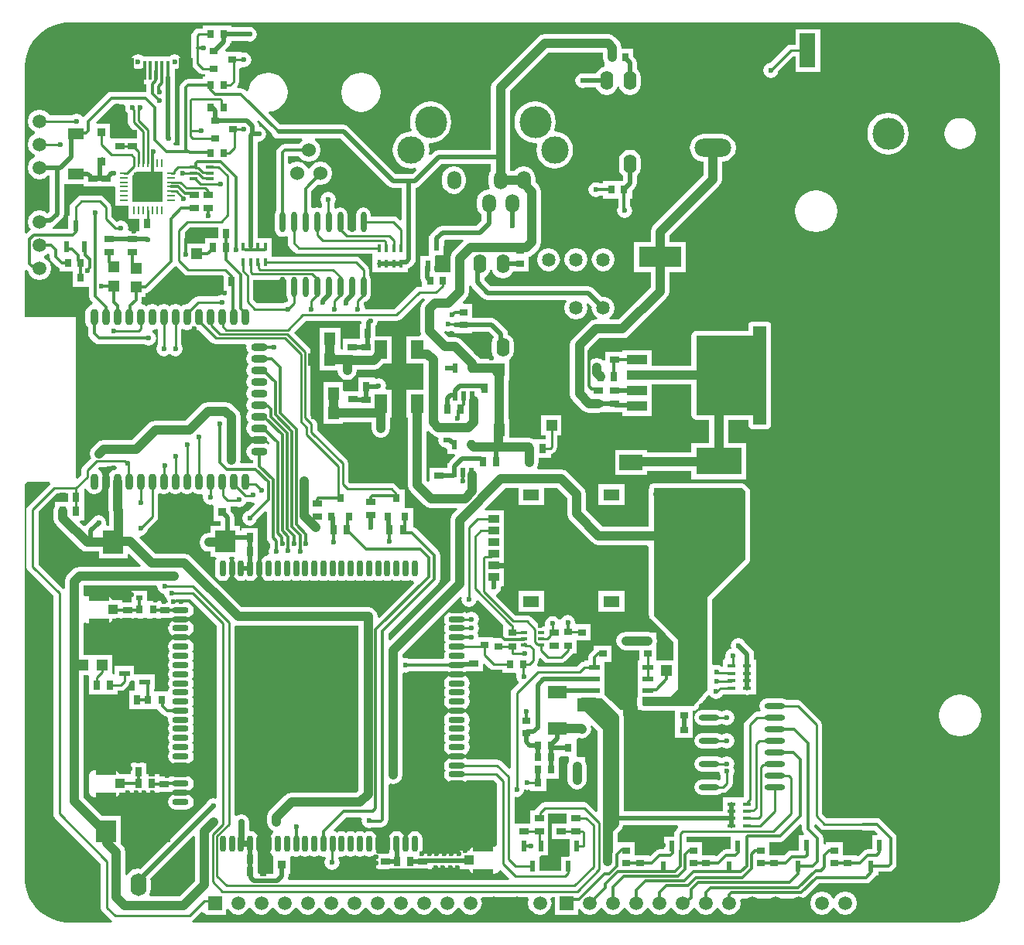
<source format=gtl>
%FSTAX23Y23*%
%MOIN*%
%SFA1B1*%

%IPPOS*%
%ADD11C,0.010000*%
%ADD12C,0.011810*%
%ADD13C,0.019680*%
%ADD19R,0.066930X0.049210*%
%ADD20R,0.035430X0.010000*%
%ADD21R,0.010000X0.035430*%
%ADD22R,0.037400X0.035430*%
%ADD23O,0.035000X0.070000*%
%ADD24O,0.070000X0.035000*%
%ADD25R,0.157500X0.157500*%
%ADD26R,0.029530X0.039370*%
%ADD27R,0.015750X0.082680*%
%ADD28R,0.059060X0.039370*%
%ADD29R,0.074800X0.074800*%
%ADD30R,0.039370X0.029530*%
%ADD31R,0.035430X0.015750*%
%ADD32R,0.017720X0.035430*%
%ADD33O,0.087840X0.023700*%
%ADD34R,0.086910X0.093540*%
%ADD35R,0.035430X0.017720*%
%ADD36R,0.021650X0.039370*%
%ADD37O,0.070870X0.027560*%
%ADD38O,0.027560X0.070870*%
%ADD39R,0.023620X0.045280*%
%ADD40R,0.035430X0.031500*%
%ADD41R,0.031500X0.035430*%
%ADD42R,0.066930X0.145670*%
%ADD43R,0.031500X0.035430*%
%ADD44R,0.035430X0.031500*%
%ADD45R,0.085040X0.042130*%
%ADD46R,0.047240X0.047240*%
%ADD47R,0.165350X0.086610*%
%ADD48R,0.055120X0.078740*%
%ADD49R,0.047240X0.055120*%
%ADD50R,0.047240X0.047240*%
%ADD51R,0.086910X0.102050*%
%ADD52R,0.098430X0.137790*%
%ADD53R,0.047240X0.023620*%
%ADD54R,0.078740X0.055120*%
%ADD55O,0.055120X0.082680*%
%ADD56R,0.035430X0.037400*%
%ADD57R,0.086610X0.041340*%
%ADD58R,0.041340X0.039370*%
%ADD59R,0.025980X0.024410*%
%ADD60R,0.027560X0.035430*%
%ADD61R,0.035430X0.027560*%
%ADD62R,0.196850X0.118110*%
%ADD63R,0.098430X0.066930*%
%ADD64R,0.183070X0.090550*%
%ADD65O,0.023700X0.087840*%
%ADD66R,0.027560X0.016540*%
%ADD67R,0.070870X0.051180*%
%ADD68R,0.047240X0.035430*%
%ADD69R,0.045280X0.023620*%
%ADD138R,0.122050X0.122050*%
%ADD139R,0.050000X0.025000*%
%ADD140C,0.039370*%
%ADD141C,0.027560*%
%ADD142C,0.270000*%
%ADD143C,0.023620*%
%ADD144O,0.043310X0.094490*%
%ADD145C,0.137800*%
%ADD146O,0.068900X0.098430*%
%ADD147C,0.058580*%
%ADD148R,0.059060X0.059060*%
%ADD149C,0.059060*%
%ADD150O,0.157480X0.078740*%
%ADD151O,0.078740X0.157480*%
%ADD152C,0.118110*%
%ADD153O,0.059060X0.078740*%
%ADD154C,0.060000*%
%ADD155R,0.059060X0.059060*%
%LNesp_gsm_v1.1-1*%
%LPD*%
G36*
X04003Y03875D02*
X04023Y03875D01*
X04061Y03867*
X04098Y03852*
X0413Y03829*
X04157Y03801*
X04179Y03768*
X04193Y03732*
X04201Y03693*
X042Y03674*
Y00192*
Y00173*
X04193Y00135*
X04178Y00099*
X04156Y00067*
X04129Y00039*
X04097Y00018*
X04061Y00003*
X04023Y-00004*
X04003*
X00725*
X00722Y00003*
X00727Y00007*
X00763Y00042*
X0077Y00039*
Y0003*
X00869*
Y00053*
X00877Y00055*
X00884Y00044*
X009Y00033*
X0092Y00029*
X00939Y00033*
X00955Y00044*
X00965Y00059*
X0097Y0006*
X00974Y00059*
X00984Y00044*
X01Y00033*
X0102Y00029*
X01039Y00033*
X01055Y00044*
X01065Y00059*
X0107Y0006*
X01074Y00059*
X01084Y00044*
X011Y00033*
X0112Y00029*
X01139Y00033*
X01155Y00044*
X01165Y00059*
X0117Y0006*
X01174Y00059*
X01184Y00044*
X012Y00033*
X0122Y00029*
X01239Y00033*
X01255Y00044*
X01265Y00059*
X0127Y0006*
X01274Y00059*
X01284Y00044*
X013Y00033*
X0132Y00029*
X01339Y00033*
X01355Y00044*
X01365Y00059*
X0137Y0006*
X01374Y00059*
X01384Y00044*
X014Y00033*
X0142Y00029*
X01439Y00033*
X01455Y00044*
X01465Y00059*
X0147Y0006*
X01474Y00059*
X01484Y00044*
X015Y00033*
X0152Y00029*
X01539Y00033*
X01555Y00044*
X01565Y00059*
X0157Y0006*
X01574Y00059*
X01584Y00044*
X016Y00033*
X0162Y00029*
X01639Y00033*
X01655Y00044*
X01665Y00059*
X0167Y0006*
X01674Y00059*
X01684Y00044*
X017Y00033*
X0172Y00029*
X01739Y00033*
X01755Y00044*
X01765Y00059*
X0177Y0006*
X01774Y00059*
X01784Y00044*
X018Y00033*
X0182Y00029*
X01839Y00033*
X01855Y00044*
X01865Y00059*
X0187Y0006*
X01874Y00059*
X01884Y00044*
X019Y00033*
X0192Y00029*
X01939Y00033*
X01955Y00044*
X01966Y0006*
X0197Y0008*
X01966Y00096*
X01971Y00104*
X02168*
X02173Y00096*
X02169Y0008*
X02173Y0006*
X02184Y00044*
X022Y00033*
X0222Y00029*
X02239Y00033*
X02255Y00044*
X02266Y0006*
X0227Y0008*
X02266Y00096*
X02271Y00104*
X02285*
Y0003*
X02384*
Y00053*
X02392Y00055*
X02399Y00044*
X02415Y00033*
X02435Y00029*
X02454Y00033*
X0247Y00044*
X0248Y00059*
X02485Y0006*
X02489Y00059*
X02499Y00044*
X02515Y00033*
X02535Y00029*
X02554Y00033*
X0257Y00044*
X0258Y00059*
X02585Y0006*
X02589Y00059*
X02599Y00044*
X02615Y00033*
X02635Y00029*
X02654Y00033*
X0267Y00044*
X0268Y00059*
X02685Y0006*
X02689Y00059*
X02699Y00044*
X02715Y00033*
X02735Y00029*
X02754Y00033*
X0277Y00044*
X0278Y00059*
X02785Y0006*
X02789Y00059*
X02799Y00044*
X02815Y00033*
X02835Y00029*
X02854Y00033*
X0287Y00044*
X0288Y00059*
X02885Y0006*
X02889Y00059*
X02899Y00044*
X02915Y00033*
X02935Y00029*
X02954Y00033*
X0297Y00044*
X0298Y00059*
X02985Y0006*
X02989Y00059*
X02999Y00044*
X03015Y00033*
X03035Y00029*
X03054Y00033*
X0307Y00044*
X03081Y0006*
X03085Y0008*
X03082Y00091*
X03089Y00099*
X03345*
X03354Y00101*
X03363Y00106*
X0342Y00164*
X03625*
X03635Y00166*
X03643Y00171*
X03667Y00195*
X03669Y00198*
X03677*
Y00214*
X0372*
X0373Y00216*
X03739Y00222*
X03748Y00231*
X03754Y0024*
X03756Y0025*
Y0036*
X03754Y00369*
X03748Y00378*
X03688Y00438*
X03679Y00444*
X0367Y00446*
X0361*
X03605Y00445*
X03455*
X03435Y00465*
Y0085*
X03433Y00859*
X03427Y00867*
X03347Y00947*
X03339Y00953*
X0333Y00955*
X03281*
X03274Y00959*
X03262Y00962*
X03198*
X03186Y00959*
X03175Y00952*
X03168Y00942*
X03166Y0093*
X03168Y00917*
X03171Y00913*
X03167Y00905*
X03155*
X03145Y00903*
X03137Y00897*
X03107Y00867*
X03101Y00859*
X03099Y0085*
Y00536*
X03099Y00536*
X03052*
X03044Y00537*
X03036Y00536*
X03007*
Y00474*
X0258*
Y00491*
Y00887*
X02579Y00889*
Y00891*
X02579Y00894*
X02578Y00896*
X02578Y00896*
Y00912*
X02566*
X02565Y00913*
X02534Y00944*
X02524Y00953*
X02523Y00954*
X02523Y00955*
X02501Y00977*
X02498Y00978*
Y01013*
Y01063*
Y01119*
X02527*
Y0119*
X02452*
Y01174*
X02451Y01173*
X02437Y01158*
X02431Y0115*
X02429Y0114*
Y01126*
X02412*
Y0112*
X0241*
X024Y01118*
X02392Y01112*
X02379Y011*
X02211*
X02208Y01105*
X02208Y01107*
X02213Y01115*
X02215Y01125*
Y01133*
X02222Y01136*
X02237Y01122*
X02245Y01116*
X02255Y01114*
X0231*
X02319Y01116*
X02327Y01122*
X02357Y01152*
X0236Y01155*
X02377*
Y01212*
X02437*
Y01282*
X02376*
X02371Y01289*
X02372Y0129*
X02369Y01302*
X02362Y01312*
X02352Y01319*
X0234Y01322*
X02327Y01319*
X02317Y01312*
X0231Y01302*
X02302Y01301*
X02297Y01307*
X02287Y01314*
X02275Y01317*
X02262Y01314*
X02252Y01307*
X02245Y01297*
X02243Y01288*
X0224Y01281*
Y01272*
X02221*
X02217Y01278*
X02182Y01312*
X02174Y01318*
X02165Y0132*
X02115*
X02032Y01403*
X02034Y01412*
X02043Y01418*
X0205Y01428*
X02053Y01441*
X02053Y01441*
X02058Y01447*
X02064*
Y01522*
X02002*
Y01547*
X02008*
X0201Y01547*
X02064*
Y01597*
Y01647*
Y01697*
Y01772*
X01985*
X01982Y0178*
X0207Y01868*
X02127*
Y01795*
X02237*
Y01868*
X02296*
X02337Y01826*
Y01758*
X0234Y01743*
X02349Y0173*
X02444Y01635*
X02457Y01626*
X02473Y01623*
X02683*
X02689Y01615*
Y01322*
X0269Y0132*
Y01318*
X0269Y01316*
X02693Y01309*
X02694Y01307*
X02696Y01305*
X02697Y01304*
X02762Y01239*
X02794Y01206*
Y01126*
X02722*
Y01174*
Y01196*
X02725Y0121*
X02722Y01223*
Y01245*
X02702*
X027Y01247*
X02685Y0125*
X0259*
X02574Y01247*
X02561Y01238*
X02561Y01238*
X02552Y01225*
X02549Y0121*
X02552Y01194*
X02561Y01181*
X02574Y01172*
X0259Y01169*
X0259Y01169*
X02647*
Y01126*
X02641*
Y01063*
Y01013*
Y00975*
X0264Y00974*
X0264Y00971*
Y00969*
X02639Y00967*
Y00934*
X02641Y00927*
Y00913*
X02653*
X02656Y00911*
X02664Y00909*
X02802*
Y00862*
Y00792*
X02877*
Y00854*
Y00909*
X02883Y00909*
X02883*
X02883Y00909*
X02884Y0091*
X02885Y0091*
X02885Y0091*
X02887Y0091*
X02889Y0091*
X02889Y0091*
X02889Y0091*
X0289Y00911*
X02892Y00911*
X02893Y00912*
X02894Y00912*
X02896Y00914*
X02897Y00914*
X02897Y00914*
X02897Y00914*
X02899Y00915*
X029Y00916*
X029Y00917*
X029Y00917*
X029Y00917*
X02901Y00918*
X02946Y00974*
X02953Y00974*
X02956Y0097*
X02967Y00963*
X02979Y0096*
X02991Y00963*
X03002Y0097*
X03004Y00973*
X03009Y00979*
X03105*
X03113Y00977*
X03121Y00979*
X0315*
Y0101*
Y01042*
Y01073*
Y0113*
X03143*
Y01151*
X03141Y01163*
X03134Y01172*
X03126Y01181*
X03123Y01184*
X03101Y01207*
X03097Y01212*
X03087Y01219*
X03075Y01222*
X03062Y01219*
X03052Y01212*
X03045Y01202*
X03042Y0119*
X03045Y01177*
X03037Y01176*
X03027Y01169*
X0302Y01159*
X03018Y01146*
X03019Y01138*
X03014Y0113*
X03009*
Y011*
X03002Y01098*
X03001Y01098*
X02992Y01104*
X0298Y01107*
X02969Y01104*
X02961Y01109*
X0296Y01251*
X0296Y01386*
X03117Y01544*
X03118Y01545*
X0312Y01547*
X03121Y01549*
X03124Y01556*
X03124Y01558*
Y0156*
X03125Y01562*
Y01852*
X03124Y01854*
Y01856*
X03124Y01858*
X03121Y01865*
X0312Y01867*
X03118Y01869*
X03117Y0187*
X03105Y01882*
X03104Y01883*
X03102Y01885*
X031Y01886*
X03093Y01889*
X03091Y01889*
X03089*
X03087Y0189*
X02712*
X0271Y01889*
X02708*
X02706Y01889*
X02702Y01887*
X02699Y01886*
X02697Y01884*
X02694*
Y01881*
X02693Y0188*
X0269Y01873*
X0269Y01871*
Y01869*
X02689Y01867*
Y01844*
X02689Y01843*
X02689Y01843*
Y01703*
X02489*
X02418Y01775*
Y01843*
X02415Y01858*
X02406Y01871*
X02341Y01936*
X02328Y01945*
X02313Y01948*
X02211*
X02207Y01956*
X02213Y01966*
X02216Y01981*
Y02*
X02267*
Y02015*
X02273Y02016*
X02281Y02022*
X02287Y02028*
X02293Y02036*
X02295Y02045*
Y02095*
X02313*
Y02181*
X02226*
Y02095*
X02244*
Y02079*
X0219*
X02186Y02082*
X02171Y02085*
X02087*
Y02167*
X02084*
Y02313*
X02085Y02315*
Y02332*
X02087*
Y02423*
X02094Y02428*
X02104Y02443*
X02108Y02462*
Y02489*
X02104Y02508*
X02094Y02523*
X02083Y0253*
Y02531*
X02081Y02543*
X02074Y02553*
X02033Y02593*
X02024Y026*
X02012Y02602*
X01927*
Y02662*
X0189*
X01887Y0267*
X01903Y02686*
X01912Y02699*
X01915Y02715*
Y0274*
X01917Y02741*
X01923Y02742*
X01928Y02733*
X01973Y02688*
X01983Y02682*
X01995Y02679*
X02331*
X02335Y02672*
X02329Y02664*
X02325Y02645*
X02329Y02625*
X0234Y02609*
X02356Y02598*
X02375Y02595*
X02394Y02598*
X0241Y02609*
X02421Y02625*
X02425Y02645*
X02422Y02662*
X02428Y02666*
X02428Y02667*
X02444Y0265*
X02443Y02644*
X02447Y02625*
X02458Y02609*
X02467Y02603*
X02465Y02595*
X0246*
X02444Y02592*
X02431Y02583*
X02361Y02513*
X02352Y025*
X02349Y02485*
Y02275*
X02352Y02259*
X02361Y02246*
X02405Y02203*
X02418Y02194*
X02433Y02191*
X0247*
X02485Y02194*
X02489Y02197*
X02542*
X02544Y02196*
X02575*
Y0218*
X027*
Y02247*
Y02314*
X02873*
Y02183*
X02875Y02176*
X02879Y02169*
X02886Y02165*
X02894Y02163*
X02949*
Y02063*
X02871*
Y02022*
X02682*
Y02033*
X02544*
Y01926*
X02682*
Y01942*
X02871*
Y01906*
X03108*
Y02063*
X0303*
Y02163*
X03118*
Y02142*
X03119Y02134*
X03123Y02128*
X0313Y02123*
X03138Y02122*
X03195*
X03203Y02123*
X0321Y02128*
X03214Y02134*
X03216Y02142*
Y02567*
X03214Y02575*
X0321Y02581*
X03203Y02586*
X03195Y02587*
X03138*
X0313Y02586*
X03123Y02581*
X03119Y02575*
X03118Y02567*
Y02546*
X02894*
X02886Y02544*
X02879Y0254*
X02875Y02533*
X02873Y02526*
Y02395*
X027*
Y02462*
X02575*
Y02455*
X025*
Y0242*
X02492Y02418*
X0248Y02427*
X02465Y0243*
X02449Y02427*
X02438Y02419*
X0243Y02421*
Y02468*
X02476Y02514*
X02575*
X0259Y02517*
X02603Y02526*
X02766Y02689*
X02775Y02702*
X02778Y02717*
Y028*
X02849*
Y02929*
X02778*
Y02956*
X02993Y03171*
X03002Y03184*
X03005Y032*
Y03274*
X03027Y03279*
X03046Y03292*
X0306Y03311*
X03064Y03335*
X0306Y03358*
X03046Y03377*
X03027Y0339*
X03004Y03395*
X02925*
X02902Y0339*
X02883Y03377*
X0287Y03358*
X02865Y03335*
X0287Y03311*
X02883Y03292*
X02902Y03279*
X02924Y03274*
Y03216*
X02709Y03001*
X027Y02988*
X02697Y02972*
Y02929*
X02626*
Y028*
X02697*
Y02734*
X02558Y02595*
X02521*
X02519Y02603*
X02528Y02609*
X02539Y02625*
X02543Y02644*
X02539Y02663*
X02528Y0268*
X02512Y0269*
X02493Y02694*
X02487Y02693*
X02449Y02731*
X02439Y02737*
X02428Y0274*
X02428*
X02007*
X0198Y02767*
Y02776*
X01994Y02786*
X02004Y02801*
X02005Y02809*
X02014*
X02015Y02801*
X02025Y02786*
X02041Y02775*
X0206Y02772*
X02078Y02775*
X02094Y02786*
X02104Y02801*
X02104Y02802*
X02172*
Y02866*
X02178Y02867*
X02191Y02876*
X02214Y02899*
X02223Y02912*
X02226Y02928*
Y03145*
X02223Y0316*
X02214Y03173*
X022Y03188*
Y03206*
X02196Y03225*
X02185Y03241*
X02169Y03252*
X0215Y03256*
X0213Y03252*
X02114Y03241*
X02111Y03236*
X0209*
Y03295*
Y03578*
X02256Y03744*
X02492*
Y03725*
X02495Y03709*
X02497Y03707*
Y03687*
X02491Y03682*
X02489Y03682*
X02474Y03671*
X02463Y03656*
X02463Y03655*
X02415*
X02405Y03657*
X02392Y03654*
X02382Y03647*
X02375Y03637*
X02372Y03625*
X02375Y03612*
X02382Y03602*
X02392Y03595*
X02405Y03592*
X02415Y03594*
X02463*
X02463Y03591*
X02474Y03576*
X02489Y03565*
X02508Y03562*
X02526Y03565*
X02542Y03576*
X02552Y03591*
X02554Y03599*
X02562*
X02563Y03591*
X02574Y03576*
X02589Y03565*
X02608Y03562*
X02626Y03565*
X02642Y03576*
X02652Y03591*
X02656Y0361*
Y03637*
X02652Y03656*
X02642Y03671*
X02638Y03674*
Y03702*
X02636Y03713*
X02629Y03723*
X02622Y0373*
Y03762*
X02572*
Y03766*
X02569Y03782*
X0256Y03795*
X02542Y03813*
X02529Y03822*
X02514Y03825*
X0224*
X02224Y03822*
X02211Y03813*
X02021Y03623*
X02012Y0361*
X02009Y03595*
Y03325*
X01785*
X01773Y03322*
X01763Y03316*
X01752Y03305*
X01743Y03306*
X01742Y03306*
X01745Y03326*
X01742Y03347*
X01741Y03351*
X01745Y03357*
X0175Y03357*
X01773Y0336*
X01794Y03369*
X01813Y03383*
X01827Y03401*
X01836Y03423*
X01839Y03446*
X01836Y03469*
X01827Y03491*
X01813Y03509*
X01794Y03523*
X01773Y03532*
X0175Y03535*
X01726Y03532*
X01705Y03523*
X01686Y03509*
X01672Y03491*
X01663Y03469*
X0166Y03446*
X01663Y03423*
X01668Y03412*
X01662Y03405*
X01645Y03403*
X01626Y03395*
X01609Y03382*
X01597Y03366*
X01589Y03347*
X01586Y03326*
X01589Y03305*
X01597Y03286*
X01609Y0327*
X01626Y03257*
X01645Y03249*
X01666Y03247*
X01685Y03249*
X01686Y03249*
X01687Y0324*
X0167Y03222*
X01599*
X01396Y03426*
X01386Y03432*
X01375Y03435*
X01101*
X01053Y03483*
X01056Y03491*
X01071Y03493*
X01092Y03501*
X01109Y03515*
X01123Y03532*
X01131Y03553*
X01134Y03575*
X01131Y03596*
X01123Y03617*
X01109Y03634*
X01092Y03648*
X01071Y03656*
X0105Y03659*
X01028Y03656*
X01007Y03648*
X0099Y03634*
X00976Y03617*
X00968Y03596*
X00966Y03581*
X00958Y03578*
X00952Y03584*
X00943Y0359*
X00933Y03592*
X00918*
X00915Y03599*
X00917Y03602*
X00923Y0361*
X00925Y0362*
Y03676*
X00931Y03679*
X00939Y03683*
X00945Y03682*
X00957Y03685*
X00967Y03692*
X00974Y03702*
X00977Y03715*
X00974Y03727*
X00967Y03737*
X00957Y03744*
X00945Y03747*
X00939Y03746*
X00931Y0375*
X00868*
X00865Y03757*
X00878Y03771*
X00885Y0378*
X00886Y03787*
X00892*
Y03794*
X00959*
X0097Y03792*
X00982Y03795*
X00992Y03802*
X00999Y03812*
X01002Y03825*
X00999Y03837*
X00992Y03847*
X00982Y03854*
X0097Y03857*
X00959Y03855*
X00892*
Y03862*
X00767*
Y0385*
X0075*
X00741Y03848*
X00733Y03842*
X00727Y03836*
X00721Y03828*
X00719Y03819*
Y03769*
X00718Y03765*
X00719Y0376*
Y037*
X00721Y0369*
X00727Y03682*
X00749Y03659*
X00757Y03654*
X00767Y03652*
X00778*
Y03643*
X00767*
Y03632*
X00706*
X00696Y0363*
X00687Y03624*
X00676Y03613*
X0067Y03604*
X00668Y03595*
Y03346*
X00646*
X00643Y03353*
X00649Y03362*
X00652Y03375*
X00649Y03386*
Y03638*
X00647Y03649*
X00647Y0365*
Y03675*
X00659Y03677*
X00669Y03684*
X00676Y03695*
X00679Y03707*
X00676Y03719*
X00669Y0373*
X00659Y03736*
X00647Y03739*
X00634Y03736*
X00625Y0373*
X00515*
X00508Y03732*
X00501Y03736*
X00489Y03739*
X00477Y03736*
X00466Y0373*
X00459Y03719*
X00457Y03707*
X00459Y03695*
X00466Y03684*
X00477Y03677*
X00489Y03675*
X00501Y03677*
X00507Y03681*
X00515Y03677*
Y03608*
X00525*
Y0358*
X0052Y03576*
X00375*
X00365Y03574*
X00356Y03568*
X00258Y0347*
X00249Y0347*
X00247Y03472*
X00237Y03479*
X00225Y03482*
X00212Y03479*
X00205Y03475*
X00107*
X001Y03485*
X00084Y03496*
X00065Y035*
X00045Y03496*
X00029Y03485*
X00018Y03469*
X00014Y0345*
X00018Y0343*
X00029Y03414*
X00044Y03404*
X00045Y034*
X00044Y03395*
X00029Y03385*
X00018Y03369*
X00014Y0335*
X00018Y0333*
X00029Y03314*
X00044Y03304*
X00045Y033*
X00044Y03295*
X00029Y03285*
X00018Y03269*
X00014Y0325*
X00018Y0323*
X00029Y03214*
X00045Y03203*
X00065Y03199*
X00084Y03203*
X001Y03214*
X00102Y03216*
X00109Y03214*
Y03062*
X001Y03052*
X00097*
X00084Y03061*
X00065Y03065*
X00045Y03061*
X00029Y0305*
X00018Y03034*
X00014Y03015*
X00018Y02995*
X00027Y02982*
X00021Y02978*
X00007Y02964*
X0Y02968*
Y03673*
X0Y03674*
X0Y03693*
X00007Y03731*
X00021Y03768*
X00042Y03801*
X00069Y03829*
X00101Y03851*
X00136Y03867*
X00174Y03875*
X00194Y03875*
X04003*
G37*
G36*
X00435Y03516D02*
X00434Y0351D01*
X00436Y03497*
X00443Y03487*
X00446Y03485*
Y03444*
X00448Y03434*
X00454Y03426*
X00485Y03394*
Y03375*
X0037*
X00368Y03382*
Y03439*
X00311*
X00308Y03446*
X00385Y03523*
X00429*
X00435Y03516*
G37*
G36*
X01566Y03171D02*
D01*
X01575Y03164*
X01587Y03162*
X01626*
Y03024*
X01619Y03021*
X01607Y03033*
X01599Y03038*
X01589Y0304*
X01492*
Y03047*
X01489Y03059*
X01482Y0307*
X01472Y03077*
X0146Y03079*
X01447Y03077*
X01437Y0307*
X0143Y03059*
X01427Y03047*
Y02983*
X01425Y0298*
X01398*
X01392Y02986*
Y03047*
X01389Y03059*
X01382Y0307*
X01372Y03077*
X0136Y03079*
X01347Y03077*
X01342Y03073*
X01334Y03077*
Y03096*
X01337Y03101*
X0134Y03113*
X01337Y03126*
X0133Y03136*
X0132Y03143*
X01308Y03145*
X01295Y03143*
X01285Y03136*
X01278Y03126*
X01276Y03113*
X01278Y03101*
X01283Y03093*
Y03078*
X01276Y03074*
X01272Y03077*
X0126Y03079*
X01247Y03077*
X01243Y03074*
X01236Y03078*
Y03149*
X01263Y03176*
X01275Y03174*
X01294Y03178*
X0131Y03189*
X01321Y03205*
X01325Y03225*
X01321Y03244*
X0131Y0326*
X01294Y03271*
X01275Y03275*
X01255Y03271*
X01239Y0326*
X01229Y03246*
X01226Y03245*
X01223*
X0122Y03246*
X0121Y0326*
X01194Y03271*
X01175Y03275*
X01155Y03271*
X01144Y03264*
X01136Y03268*
Y03298*
X01182*
X01189Y03289*
X01205Y03278*
X01225Y03274*
X01244Y03278*
X0126Y03289*
X01271Y03305*
X01275Y03325*
X01271Y03344*
X0126Y0336*
X01251Y03367*
X01253Y03374*
X01362*
X01566Y03171*
G37*
G36*
X01066Y03396D02*
X01067Y03393D01*
X01073Y03383*
X01083Y03377*
X01095Y03374*
X01196*
X01198Y03367*
X01189Y0336*
X01182Y03351*
X0112*
X0111Y03349*
X01101Y03343*
X01091Y03333*
X01086Y03325*
X01084Y03315*
Y03065*
X0108Y03059*
X01077Y03047*
Y02983*
X0108Y02971*
X01087Y0296*
X01097Y02953*
X0111Y02951*
X01122Y02953*
X01126Y02956*
X01134Y02952*
Y02925*
X01136Y02915*
X01142Y02907*
X01163Y02885*
X01171Y0288*
X01181Y02878*
X01499*
Y02843*
X01497Y02835*
X01499Y02828*
Y02799*
X0165*
Y02814*
X01655Y02815*
X01665Y02821*
X01677Y02834*
X01684Y02844*
X01686Y02855*
Y03163*
X01694Y03164*
X01703Y03171*
X01797Y03264*
X02009*
Y03234*
X02003Y03225*
X01999Y03206*
Y03186*
X02003Y03167*
X02006Y03162*
X02002Y03156*
X02Y03156*
X0198Y03152*
X01964Y03141*
X01953Y03125*
X01949Y03106*
Y03086*
X01953Y03067*
X01964Y03051*
X01969Y03047*
Y03022*
X01947Y03*
X018*
X01788Y02997*
X01778Y02991*
X01755Y02968*
X01749Y02958*
X01748Y02956*
X01743*
Y02871*
X01737Y02868*
X01706*
Y02826*
X01705Y02823*
Y02775*
X01707Y02763*
X01712Y02757*
Y02737*
X01701*
X01691Y02735*
X01683Y0273*
X01593Y02639*
X01467*
X01467Y0264*
X01464Y02652*
X0146Y02659*
Y02667*
X01464Y02671*
X01472Y02672*
X01482Y02679*
X01489Y0269*
X01492Y02702*
Y02766*
X01489Y02779*
X01485Y02785*
Y0281*
X01483Y02819*
X01477Y02827*
X01446Y02859*
X01438Y02864*
X01428Y02866*
X01065*
Y02945*
X01006*
X01004Y02953*
X01006Y02962*
X01004Y02972*
Y03358*
X0101Y03362*
X01022Y03365*
X01032Y03372*
X01039Y03382*
X01042Y03395*
X01039Y03407*
X01032Y03417*
X01022Y03424*
X0101Y03427*
Y0343*
X01007Y03441*
X01002Y03449*
X01008Y03454*
X01066Y03396*
G37*
G36*
X00595Y03202D02*
Y03182D01*
Y03163*
Y03143*
Y03123*
Y03103*
Y03103*
X00466*
Y03103*
Y03123*
Y03143*
Y03163*
Y03182*
Y03202*
Y03216*
X00482Y03232*
X00595*
Y03202*
G37*
G36*
X00255Y03169D02*
X00389D01*
X00391Y03162*
Y03123*
Y03084*
X00447*
Y03028*
X00494*
Y02976*
X00452*
X00446Y02984*
X00447Y0299*
X00444Y03002*
X00437Y03012*
X00427Y03019*
X00415Y03022*
X00402Y03019*
X00398Y03016*
X00375Y0304*
Y0308*
X00373Y03089*
X00367Y03097*
X00342Y03122*
X00334Y03128*
X00325Y0313*
X00245*
X00235Y03128*
X00227Y03122*
X00202Y03097*
X00196Y03089*
X00194Y0308*
Y03041*
X00188*
Y02986*
X00121*
X0012Y02993*
X00124Y02994*
X00133Y03001*
X00161Y03028*
X00167Y03038*
X0017Y0305*
Y03179*
X00255*
Y03169*
G37*
G36*
X00834Y02944D02*
X00777D01*
Y02921*
X00696*
X0069Y02925*
Y02969*
X00713Y02992*
X00834*
Y02944*
G37*
G36*
X0189Y02932D02*
X01846Y02888D01*
X01837Y02875*
X01834Y0286*
Y02798*
X01769*
Y02868*
X01775Y02871*
X01806*
Y02913*
X01807Y02916*
X01807*
Y02934*
X01812Y02939*
X01888*
X0189Y02932*
G37*
G36*
X00108Y02877D02*
Y02865D01*
X0011Y02855*
X00116Y02846*
X00141Y02821*
X0015Y02815*
X00152Y02815*
Y02802*
X00207*
Y02737*
X00277*
X00278Y02729*
Y02695*
X0028Y02685*
X00285Y02677*
X00294Y02668*
X00292Y02659*
X00286Y02658*
X00274Y0265*
X00265Y02638*
X00263Y02623*
Y02588*
X00265Y02573*
X00274Y02561*
X00274Y02561*
Y02534*
X00276Y02524*
X00282Y02515*
X00301Y02496*
X0031Y0249*
X0032Y02488*
X00517*
X00522Y02485*
X00535Y02482*
X00547Y02485*
X00557Y02492*
X00564Y02502*
X00567Y02515*
X00564Y02527*
X00557Y02537*
X00549Y02542*
X0055Y02546*
X00552Y0255*
X00565Y02553*
X00568Y02555*
X00575Y02551*
Y02489*
X0057Y02482*
X00567Y0247*
X0057Y02457*
X00577Y02447*
X00587Y0244*
X006Y02437*
X00612Y0244*
X00619Y02445*
X00625Y02446*
X0063Y02445*
X00637Y0244*
X0065Y02437*
X00662Y0244*
X00672Y02447*
X00679Y02457*
X00682Y0247*
X00679Y02482*
X00675Y02488*
Y02551*
X00683Y02555*
X00686Y02553*
X00701Y0255*
X00715Y02553*
X00726Y0256*
X00736Y02553*
X00751Y0255*
X00752Y0255*
X00806Y02497*
X00814Y02491*
X00824Y02489*
X00953*
X00958Y02483*
X00956Y02476*
X00959Y02461*
X00966Y02451*
X00959Y0244*
X00956Y02426*
X00959Y02411*
X00966Y02401*
X00959Y0239*
X00956Y02376*
X00959Y02361*
X00966Y02351*
X00959Y0234*
X00956Y02326*
X00959Y02311*
X00966Y02301*
X00959Y0229*
X00956Y02276*
X00959Y02261*
X00966Y02251*
X00959Y0224*
X00956Y02226*
X00959Y02211*
X00966Y02201*
X00959Y0219*
X00956Y02176*
X00959Y02161*
X00966Y02151*
X00959Y0214*
X00956Y02126*
X00959Y02111*
X00967Y02099*
X00979Y0209*
X00994Y02088*
X01029*
X0103Y02088*
X01056Y02062*
X01051Y02056*
X01044Y02061*
X01029Y02063*
X00994*
X00979Y02061*
X00967Y02052*
X00959Y0204*
X00956Y02026*
X00959Y02011*
X00967Y01999*
X00979Y0199*
X00985Y01989*
Y01976*
X00933*
X00928Y01982*
X0093Y0199*
Y02176*
X00927Y02192*
X00918Y02205*
X00895Y02228*
X00882Y02237*
X00866Y0224*
X0079*
X00774Y02237*
X00761Y02228*
X00693Y0216*
X00565*
X00549Y02157*
X00536Y02148*
X00463Y02075*
X0034*
X00324Y02072*
X00311Y02063*
X00294Y02045*
X00285Y02032*
X00282Y02017*
X00285Y02002*
X00287Y01998*
X00252Y01963*
X00247Y01955*
X00245Y01945*
Y01926*
X00227Y01908*
X0022Y01911*
Y02605*
X0*
Y02807*
X00007Y02811*
X00013Y02805*
X00017Y02803*
X00018Y02795*
X00029Y02779*
X00045Y02768*
X00065Y02764*
X00084Y02768*
X001Y02779*
X00111Y02795*
X00115Y02815*
X00111Y02834*
X001Y0285*
X00085Y0286*
X00084Y02865*
X00085Y02869*
X001Y02879*
X00101Y0288*
X00108Y02877*
G37*
G36*
X00687Y02792D02*
X00695Y02786D01*
X00705Y02784*
X00854*
X00859Y0278*
Y0272*
X00871*
Y02702*
X00864Y02698*
X00862Y02699*
X0085Y02702*
X00837Y02699*
X0083Y02695*
X00747*
X00737Y02693*
X00729Y02687*
X00702Y02661*
X00701Y02661*
X00686Y02658*
X00676Y02651*
X00665Y02658*
X00651Y02661*
X00636Y02658*
X00626Y02651*
X00615Y02658*
X00601Y02661*
X00586Y02658*
X00576Y02651*
X00565Y02658*
X00551Y02661*
X00536Y02658*
X00526Y02651*
X00515Y02658*
X00507Y0266*
X00503Y02668*
X00504Y0267*
X00506Y0268*
Y02691*
X00523*
Y02709*
X00529Y0271*
X00538Y02716*
X00645Y02823*
X00655Y02824*
X00687Y02792*
G37*
G36*
X01127Y02766D02*
Y02702D01*
X0113Y0269*
X01134Y02683*
Y02675*
X0113Y02671*
X01122Y02669*
X01115Y02665*
X01001*
X00985Y02681*
Y02767*
X01127*
X01127Y02766*
G37*
G36*
X01843Y02544D02*
X01852Y02542D01*
Y02537*
X01927*
Y02542*
X02*
X02023Y02519*
X02015Y02508*
X02011Y02489*
Y02462*
X02015Y02443*
X02021Y02435*
X02016Y02427*
X02001*
Y02424*
X01963*
X01957Y02433*
X01882Y02508*
X01869Y02517*
X01854Y0252*
X01826*
X01807Y02539*
X01812Y02545*
X01812Y02545*
X01825Y02542*
X01837Y02545*
X01839Y02547*
X01843Y02544*
G37*
G36*
X01726Y0268D02*
X01716Y0267D01*
X01707Y02657*
X01704Y02641*
Y02545*
X01707Y02531*
X01703Y02523*
X01646*
Y02405*
X01697*
X01701Y02404*
X01719*
Y02291*
X01646*
Y02173*
X01653*
Y01881*
X01656Y01865*
X01665Y01852*
X01723Y01795*
X01736Y01786*
X01751Y01783*
X01861*
X01864Y01775*
X01846Y01758*
X01837Y01745*
X01834Y0173*
Y01472*
X01575Y01213*
X01568Y01216*
Y01241*
X01783Y01456*
X01789Y01465*
X01791Y01475*
Y0158*
X01789Y01589*
X01783Y01598*
X01687Y01694*
X01678Y017*
X01675Y017*
X01674Y01708*
Y01783*
X01643*
X01637Y01786*
Y01861*
X01617*
X01615Y01864*
X01597Y01882*
X01589Y01888*
X0158Y0189*
X014*
X01395Y01895*
Y01975*
X01393Y01984*
X01387Y01992*
X0126Y0212*
Y02145*
X01258Y02154*
X01252Y02162*
X01233Y02182*
Y02456*
X01231Y02466*
X01225Y02474*
X0116Y0254*
X0121Y02589*
X01448*
X01453Y02583*
X01453Y02582*
Y02574*
X01444*
Y02512*
X0143*
X01371*
Y02467*
X01368Y02466*
X0136Y0247*
Y02559*
X01273*
Y02469*
X01272*
Y02374*
X01349*
X01352Y02359*
X01361Y02346*
X01374Y02337*
X0139Y02334*
X01405Y02337*
X01418Y02346*
X01427Y02359*
X0143Y02375*
Y0238*
X01504*
X0152Y02383*
X01533Y02392*
X01545Y02405*
X01583*
Y02523*
X01512*
Y02537*
X01513Y02539*
Y02568*
X01519Y02577*
X01522Y02589*
X01603*
X01613Y02591*
X01621Y02596*
X01711Y02687*
X01723*
X01726Y0268*
G37*
G36*
X03195Y02142D02*
X03138D01*
Y02183*
X02894*
Y02526*
X03138*
Y02567*
X03195*
Y02142*
G37*
G36*
X01754Y02101D02*
X01767Y02092D01*
X01778Y0209*
X01778Y0209*
X01784Y02083*
X01784Y02081*
X01782Y02075*
X01785Y02062*
X01792Y02052*
X01802Y02045*
X01815Y02042*
X01821Y02036*
Y02015*
X01852*
X01855Y02008*
X01831Y01983*
X01826Y01975*
X01821*
Y01955*
X01745*
Y01901*
X01737Y01897*
X01733Y019*
Y02112*
X01741Y02115*
X01754Y02101*
G37*
G36*
X00736Y01844D02*
X00751Y01841D01*
X00762Y01843*
X00768Y01839*
X00769Y01837*
X00767Y0183*
X0077Y01817*
X00777Y01807*
X00787Y018*
X008Y01797*
X00806Y01799*
X00814Y01793*
Y01726*
X00844*
Y01706*
X00801*
Y01675*
X00795*
X00779Y01672*
X00766Y01663*
X00757Y0165*
X00754Y01635*
X00757Y01619*
X00766Y01606*
X00779Y01597*
X00795Y01594*
X00801*
Y01573*
X00823*
X00828Y01565*
X00823Y01558*
X0082Y01545*
Y01502*
X00823Y01489*
X0083Y01478*
X00841Y0147*
X00855Y01468*
X00868Y0147*
X00879Y01478*
X00886Y01489*
X00889Y01502*
Y01545*
X00886Y01558*
X00881Y01565*
X00886Y01573*
X00902*
X00906Y01565*
X00902Y01558*
X00899Y01545*
Y01502*
X00902Y01489*
X00909Y01478*
X0092Y0147*
X00933Y01468*
X00946Y0147*
X00953Y01475*
X0096Y0147*
X00973Y01468*
X00986Y0147*
X00997Y01478*
X01004Y01489*
X01007Y01502*
Y01545*
X01005Y01556*
Y01615*
Y01694*
X00936*
Y01685*
X00927*
Y01706*
X00905*
Y01741*
X00902Y01752*
X00896Y01762*
X00889Y01769*
Y0179*
X00909*
X00912Y01788*
X00925Y01786*
X00937Y01788*
X00947Y01795*
X00954Y01806*
X00955Y01808*
X00972*
X00972Y01808*
X00985Y01806*
X00988Y01806*
X00992Y01799*
X00964Y0177*
X00957Y01769*
X00947Y01762*
X0094Y01752*
X00937Y0174*
X0094Y01727*
X00947Y01717*
X00957Y0171*
X0097Y01707*
X00982Y0171*
X00992Y01717*
X00999Y01727*
X01Y01734*
X01036Y0177*
X01044Y01767*
Y01655*
X01046Y01645*
X01051Y01637*
X01058Y0163*
Y01612*
X01055Y01607*
X01052Y01595*
X01054Y01587*
X01053Y01585*
X01049Y01579*
X01048Y01579*
X01038Y01577*
X01027Y01569*
X0102Y01558*
X01017Y01545*
Y01502*
X0102Y01489*
X01027Y01478*
X01038Y0147*
X01051Y01468*
X01064Y0147*
X01071Y01475*
X01078Y0147*
X01091Y01468*
X01104Y0147*
X0111Y01475*
X01117Y0147*
X0113Y01468*
X01143Y0147*
X0115Y01475*
X01156Y0147*
X0117Y01468*
X01183Y0147*
X01189Y01475*
X01196Y0147*
X01209Y01468*
X01222Y0147*
X01229Y01475*
X01235Y0147*
X01248Y01468*
X01261Y0147*
X01268Y01475*
X01275Y0147*
X01288Y01468*
X01301Y0147*
X01307Y01475*
X01314Y0147*
X01327Y01468*
X0134Y0147*
X01347Y01475*
X01353Y0147*
X01366Y01468*
X01379Y0147*
X01386Y01475*
X01393Y0147*
X01406Y01468*
X01419Y0147*
X01425Y01475*
X01432Y0147*
X01445Y01468*
X01458Y0147*
X01465Y01475*
X01471Y0147*
X01484Y01468*
X01498Y0147*
X01504Y01475*
X01511Y0147*
X01524Y01468*
X01537Y0147*
X01544Y01475*
X0155Y0147*
X01563Y01468*
X01576Y0147*
X01583Y01475*
X0159Y0147*
X01603Y01468*
X01616Y0147*
X01622Y01475*
X01629Y0147*
X01642Y01468*
X01655Y0147*
X01662Y01475*
X01668Y0147*
X01676Y01469*
X01678Y0146*
X01527Y01309*
X0152Y01312*
Y01315*
X01517Y0133*
X01508Y01343*
X01495Y01352*
X0148Y01355*
X00936*
X00718Y01573*
X00705Y01582*
X00689Y01585*
X00566*
X00496Y01655*
X005Y01662*
X00512Y01665*
X00522Y01672*
X00529Y01682*
X00531Y0169*
X00568Y01728*
X00574Y01736*
X00576Y01746*
Y01843*
X00583Y01846*
X00586Y01844*
X00601Y01841*
X00615Y01844*
X00626Y01851*
X00636Y01844*
X00651Y01841*
X00665Y01844*
X00676Y01851*
X00686Y01844*
X00701Y01841*
X00715Y01844*
X00726Y01851*
X00736Y01844*
G37*
G36*
X00398Y01951D02*
X00386Y01949D01*
X00374Y01941*
X00365Y01929*
X00363Y01914*
Y019*
X00362Y01895*
Y01831*
X00363Y01824*
Y01775*
X00364Y01767*
Y01705*
X00357*
X0035Y01713*
X00352Y0172*
X00349Y01732*
X00342Y01742*
X00332Y01749*
X0032Y01752*
X00307Y01749*
X00297Y01742*
X00291Y01734*
X00263Y01706*
X00256Y01705*
X00238Y01723*
X00241Y0173*
X00257*
Y0179*
Y01864*
X00265Y01865*
X00265Y01864*
X00274Y01852*
X00286Y01844*
X00301Y01841*
X00315Y01844*
X00327Y01852*
X00336Y01864*
X00338Y01879*
Y01914*
X00336Y01929*
X00327Y01941*
X0032Y01946*
X00319Y01954*
X00323Y01959*
X00397*
X00398Y01951*
G37*
G36*
X00189Y01809D02*
X0017D01*
X00166Y0181*
X00162Y01809*
X00132*
Y01789*
X00129Y01785*
X00126Y0177*
Y01738*
X00129Y01723*
X00138Y0171*
X00241Y01606*
X00254Y01597*
X0027Y01594*
X0032*
Y01564*
X00446*
Y01581*
X00453Y01584*
X005Y01537*
X00497Y0153*
X00238*
X00222Y01527*
X00209Y01518*
X00186Y01495*
X00177Y01482*
X00174Y01466*
Y01436*
X0017Y01434*
X00166Y01433*
X0006Y0154*
Y01764*
X00139Y01844*
X00189*
Y01809*
G37*
G36*
X00572Y01445D02*
X00575Y01432D01*
X00582Y01422*
X00592Y01415*
X00603Y01413*
X00605Y01402*
X00612Y01392*
X00615Y0139*
X00617Y01379*
X00616Y01377*
X00587*
Y01382*
X00527*
Y01427*
X00462*
Y01382*
X00462*
Y01377*
X0042*
Y01384*
X00379*
X00377Y0139*
X00373Y01396*
X00367Y014*
X00359Y01402*
X00268*
X00263Y01401*
X00255Y01405*
Y01449*
X00568*
X00572Y01445*
G37*
G36*
X00829Y01274D02*
Y00536D01*
X00821Y0053*
X00815Y00532*
X00802Y00529*
X00792Y00522*
X00785Y00512*
X00785Y00511*
X00501Y00227*
X0049Y00229*
X00469Y00225*
X00451Y00213*
X00442Y00199*
X00434Y00202*
Y003*
X00431Y00316*
X00422Y00329*
X00416Y00335*
Y00456*
X00335*
X00255Y00536*
Y01061*
X0027*
X00277Y01059*
Y0098*
X00402*
Y00994*
X00415*
X00424Y00996*
X00432Y01002*
X00447Y01017*
X00453Y01025*
X00455Y01035*
X00458Y01038*
X00473*
X00476Y01032*
Y01001*
X00474Y00994*
X0045*
Y00915*
X00519*
Y00917*
X00572*
X00576Y00911*
X00596Y00891*
X00605Y00885*
X00613Y00884*
X00615Y00883*
X00619Y00875*
X00618Y0087*
X0062Y00857*
X00625Y0085*
X0062Y00844*
X00618Y00831*
X0062Y00818*
X00625Y00811*
X0062Y00804*
X00618Y00791*
X0062Y00778*
X00625Y00772*
X0062Y00765*
X00618Y00752*
X0062Y00739*
X00625Y00732*
X0062Y00726*
X00618Y00712*
X0062Y00699*
X00628Y00688*
X00639Y00681*
X00652Y00678*
X00695*
X00708Y00681*
X00719Y00688*
X00727Y00699*
X00729Y00712*
X00727Y00726*
X00722Y00732*
X00727Y00739*
X00729Y00752*
X00727Y00765*
X00722Y00772*
X00727Y00778*
X00729Y00791*
X00727Y00804*
X00722Y00811*
X00727Y00818*
X00729Y00831*
X00727Y00844*
X00722Y0085*
X00727Y00857*
X00729Y0087*
X00727Y00883*
X00722Y0089*
X00727Y00896*
X00729Y00909*
X00727Y00922*
X00722Y00929*
X00727Y00936*
X00729Y00949*
X00727Y00962*
X00722Y00968*
X00727Y00975*
X00729Y00988*
X00727Y01001*
X00722Y01008*
X00727Y01014*
X00729Y01027*
X00727Y0104*
X00722Y01047*
X00727Y01054*
X00729Y01067*
X00727Y0108*
X00722Y01086*
X00727Y01093*
X00729Y01106*
X00727Y01119*
X00722Y01126*
X00727Y01132*
X00729Y01146*
X00727Y01159*
X00722Y01165*
X00727Y01172*
X00729Y01185*
X00727Y01198*
X00719Y01209*
X00708Y01216*
X00695Y01219*
X00652*
X00639Y01216*
X00628Y01209*
X0062Y01198*
X00618Y01185*
X0062Y01172*
X00625Y01165*
X0062Y01159*
X00618Y01146*
X0062Y01132*
X00625Y01126*
X0062Y01119*
X00618Y01106*
X0062Y01093*
X00625Y01086*
X0062Y0108*
X00618Y01067*
X0062Y01054*
X00625Y01047*
X0062Y0104*
X00618Y01027*
X0062Y01014*
X00625Y01008*
X0062Y01001*
X00618Y00992*
X00557*
Y01001*
X00561*
Y01064*
X0048*
X00476*
X00473Y0107*
Y01101*
X00388*
Y01067*
X00387Y01066*
X00379Y0107*
Y01148*
X00255*
Y01284*
X00263Y01288*
X00268Y01287*
X00359*
X00367Y01289*
X00373Y01293*
X00377Y01299*
X00379Y01305*
X0042*
Y01309*
X00462*
Y01307*
X00587*
Y01309*
X00644*
Y01309*
X00645Y0131*
X00652Y01308*
X00695*
X00708Y01311*
X00719Y01318*
X00727Y01329*
X00729Y01342*
X00727Y01355*
X00719Y01367*
X00708Y01374*
X00695Y01376*
X00652*
X00652*
X0065Y01378*
X00652Y01388*
X00654Y01389*
X00714*
X00829Y01274*
G37*
G36*
X01884Y01396D02*
X01882Y0139D01*
X01885Y01377*
X01892Y01367*
X01902Y0136*
X01915Y01357*
X01927Y0136*
X01937Y01367*
X01944Y01377*
X01945Y01382*
X01954Y01385*
X02062Y01276*
Y01222*
X02017*
Y01227*
X01956*
X01954Y01237*
X0195Y01243*
X01955Y01251*
X01957Y01264*
X01955Y01276*
X0195Y01283*
X01955Y01291*
X01957Y01303*
X01955Y01315*
X01948Y01326*
X01937Y01333*
X01925Y01335*
X01913Y01333*
X01906Y01328*
X01897Y01335*
X01884Y01337*
X01841*
X01828Y01335*
X01817Y01327*
X01809Y01316*
X01807Y01303*
X01809Y0129*
X01814Y01283*
X01809Y01277*
X01807Y01264*
X01809Y01251*
X01814Y01244*
X01809Y01237*
X01807Y01224*
X01809Y01211*
X01814Y01205*
X01809Y01198*
X01807Y01185*
X01809Y01172*
X01814Y01165*
X01809Y01159*
X01807Y01146*
X01808Y01139*
X01801Y01131*
X01656*
X01652Y01134*
X0164Y01137*
X01634Y01135*
X01628Y0114*
Y01151*
X01877Y014*
X01884Y01396*
G37*
G36*
X02002Y01092D02*
X0201Y01086D01*
X0202Y01084*
X02057*
Y01072*
X02115*
X02119Y01064*
X02117Y01055*
X0212Y01042*
X02127Y01032*
X02127Y01028*
X02102Y01002*
X02096Y00994*
X02094Y00985*
Y00661*
X02087Y00658*
X02054Y00691*
X02046Y00696*
X02036Y00698*
X01907*
X01897Y00705*
X01884Y00707*
X01841*
X01828Y00705*
X01817Y00697*
X01809Y00686*
X01807Y00673*
X01809Y0066*
X01814Y00653*
X01809Y00647*
X01807Y00634*
X01809Y00621*
X01817Y0061*
X01828Y00602*
X01841Y006*
X01884*
X01897Y00602*
X01907Y00609*
X0202*
X02034Y00594*
Y00328*
X02026Y00322*
X02026Y00322*
X01935*
X01927Y0032*
X01921Y00316*
X01917Y0031*
X01915Y00304*
X01874*
Y00291*
X01754*
Y00292*
X01716*
X01713Y00299*
X01713Y003*
X01715Y00313*
Y00356*
X01713Y00369*
X01705Y0038*
X01694Y00388*
X01681Y0039*
X01668Y00388*
X01657Y0038*
X0165Y00369*
X01647Y00356*
Y00313*
X01642Y00306*
X01637Y00313*
Y00313*
Y00356*
X01634Y00369*
X01627Y0038*
X01616Y00388*
X01603Y0039*
X0159Y00388*
X01578Y0038*
X01571Y00369*
X01568Y00356*
Y00313*
X01571Y003*
X01571Y00299*
X01568Y00292*
X01521*
X01516Y003*
X01516Y003*
X01519Y00313*
Y00356*
X01516Y00369*
X01509Y0038*
X01498Y00388*
X01484Y0039*
X01471Y00388*
X01465Y00383*
X01458Y00388*
X01445Y0039*
X01432Y00388*
X01425Y00383*
X01419Y00388*
X01406Y0039*
X01393Y00388*
X01386Y00383*
X01379Y00388*
X01366Y0039*
X01353Y00388*
X01347Y00383*
X0134Y00388*
X01335Y00389*
X01333Y00396*
X01385Y00448*
X01447*
X01454Y00441*
X01452Y00435*
X01455Y00422*
X01462Y00412*
X01472Y00405*
X01485Y00402*
X01497Y00405*
X01498Y00406*
X01535*
X01545Y00408*
X01553Y00413*
X0156Y0042*
X01566Y00429*
X01568Y00439*
Y00588*
X01576Y00594*
X01588Y00591*
X01603Y00594*
X01616Y00603*
X01625Y00616*
X01628Y00631*
Y01069*
X01634Y01074*
X0164Y01072*
X01652Y01075*
X01658Y01079*
X01821*
X01828Y01075*
X01841Y01072*
X01884*
X01897Y01075*
X01902Y01078*
X01924*
Y01078*
X01929Y01079*
X01974*
Y01109*
X01981Y01112*
X02002Y01092*
G37*
G36*
X03089Y01869D02*
X03091Y01868D01*
X03103Y01856*
X03104Y01854*
X03105Y01852*
Y01562*
X03104Y0156*
X03103Y01558*
X0294Y01395*
X0294Y01384*
X0294Y01251*
X02941Y01003*
X02941Y01002*
Y01001*
X0294Y01*
X0294Y00999*
X02885Y00931*
X02885Y00931*
X02884Y0093*
X02883Y0093*
X02883Y0093*
X02664*
X0266Y00934*
Y00967*
X0266Y0097*
X02785*
X02815Y01001*
Y01095*
Y01215*
X02776Y01253*
X02711Y01318*
X0271Y0132*
X0271Y01322*
Y01619*
Y01707*
Y01867*
X0271Y01869*
X02712Y0187*
X03087*
X03089Y01869*
G37*
G36*
X02468Y00822D02*
D01*
X02469Y00821*
Y00475*
X02462Y00472*
X02427Y00507*
X02419Y00513*
X0241Y00515*
X0224*
X0223Y00513*
X02222Y00507*
X02202Y00487*
X02197Y0048*
X02178*
Y00423*
X02113*
X0211Y0043*
Y00533*
X02116Y00538*
X0212Y00537*
X02132Y0054*
X02142Y00547*
X02149Y00557*
X0215Y00563*
X02152Y00569*
X02159Y00569*
X02165Y00567*
X0217Y00569*
X02177Y00564*
Y00562*
X02247*
Y00617*
X02302*
Y00672*
Y00705*
X02307Y00711*
X02338*
X02344Y00708*
Y00704*
Y00688*
X02342Y00685*
X02339Y0067*
Y0061*
X02342Y00594*
X02351Y00581*
X02364Y00572*
X0238Y00569*
X02395Y00572*
X02408Y00581*
X02417Y00594*
X0242Y0061*
Y0067*
X02417Y00685*
X02415Y00688*
Y00708*
X02393*
X02385Y00709*
X02379Y00711*
X02378Y00718*
Y00786*
X02384Y00791*
X02393*
X024Y00789*
X02415Y00792*
X02428Y00801*
X02437Y00814*
X0244Y0083*
X02437Y00842*
X02438Y00843*
X02444Y00846*
X02468Y00822*
G37*
G36*
X03348Y00416D02*
Y004D01*
X0335Y0039*
X03356Y00381*
X03359Y00378*
X03356Y00371*
X03335*
Y00306*
X03305*
X03295Y00304*
X03286Y00298*
X03273Y00285*
X03266Y00287*
X03209*
Y00342*
X03217Y00343*
X03255*
X03264Y00345*
X03273Y00351*
X03341Y00419*
X03348Y00416*
G37*
G36*
X03427Y00402D02*
X03435Y00396D01*
X03445Y00394*
X03605*
X0361Y00393*
X03659*
X03674Y00378*
X03671Y00371*
X03652*
Y00311*
X0363*
X0362Y00309*
X03611Y00303*
X0359Y00282*
X03582Y00285*
Y00287*
X03525*
Y00342*
X03451*
Y00332*
X03448Y00331*
X03441Y00335*
Y0036*
X03439Y00369*
X03433Y00378*
X03401Y0041*
X03401Y00417*
X03408Y0042*
X03427Y00402*
G37*
G36*
X0304Y00311D02*
X0302D01*
X0301Y00309*
X03001Y00303*
X0298Y00282*
X02972Y00285*
Y00287*
X02917*
Y00342*
X0285*
Y00364*
X0304*
Y00311*
G37*
G36*
X02815Y00411D02*
X02816Y00406D01*
X02807Y00397*
X02801Y00389*
X02799Y0038*
Y00366*
X02755*
Y00311*
X02735*
X02725Y00309*
X02716Y00303*
X02695Y00282*
X02687Y00285*
Y00287*
X02627*
Y00342*
X02555*
Y00381*
X02572Y00399*
X02573Y004*
X02575Y00402*
X02576Y00404*
X02579Y00411*
X02579Y00413*
Y00414*
X02813*
X02815Y00411*
G37*
G36*
X01512Y00286D02*
X01515Y00284D01*
Y00224*
X01572*
Y0022*
X01697*
Y00224*
X01754*
Y00231*
X01874*
Y00225*
X01915*
X01917Y00219*
X01921Y00213*
X01927Y00209*
X01935Y00207*
X02026*
X02033Y00209*
X0204Y00213*
X02044Y00219*
X02046Y0022*
X02053Y00221*
X02087Y00187*
X02084Y0018*
X0114*
X01136Y00187*
X01138Y00197*
Y00206*
X01145*
Y0028*
X01152Y00284*
X01156Y00281*
X0117Y00279*
X01183Y00281*
X01189Y00286*
X01196Y00281*
X01209Y00279*
X01222Y00281*
X01229Y00286*
X01235Y00281*
X01248Y00279*
X01261Y00281*
X01268Y00286*
X01275Y00281*
X01288Y00279*
X01295Y0028*
X01299Y00273*
X01295Y00267*
X01292Y00255*
X01295Y00242*
X01302Y00232*
X01312Y00225*
X01325Y00222*
X01337Y00225*
X01347Y00232*
X01354Y00242*
X01357Y00255*
X01354Y00267*
X01351Y00272*
Y00274*
X01359Y0028*
X01366Y00279*
X01379Y00281*
X01386Y00286*
X01393Y00281*
X01406Y00279*
X01419Y00281*
X01425Y00286*
X01432Y00281*
X01445Y00279*
X01458Y00281*
X01465Y00286*
X01471Y00281*
X01484Y00279*
X01498Y00281*
X01507Y00288*
X01512Y00286*
G37*
G36*
X02472Y00963D02*
X02472D01*
X02486*
X02508Y00941*
Y00939*
X0251*
X0252Y0093*
X0255Y00899*
X02559Y0089*
X0256Y00887*
Y00491*
Y00417*
X02559Y00415*
X02558Y00413*
X02535Y0039*
Y00346*
Y00299*
X02533Y00297*
X02532Y0029*
Y00265*
X02492*
Y00425*
X0249Y00431*
X0249Y00432*
Y0083*
X02482Y00837*
X02457Y00862*
X02415Y00905*
X0238*
Y0096*
X02383Y00963*
X02472*
Y00963*
G37*
G36*
X02335Y00423D02*
X0227D01*
Y00354*
X02348*
Y00284*
X02342Y0028*
X0231*
Y0022*
X02218*
Y0028*
X02225Y00284*
X02256*
Y00354*
X02256*
Y00411*
Y00464*
X02335*
Y00423*
G37*
G36*
X0092Y01274D02*
X01439D01*
Y00566*
X01428Y00555*
X0115*
X01134Y00552*
X01121Y00543*
X01056Y00478*
X01047Y00465*
X01044Y0045*
Y0043*
X01047Y00414*
X01056Y00401*
X01069Y00392*
X0107Y00392*
X01072Y00384*
X01067Y0038*
X01059Y00369*
X01057Y00356*
Y00313*
X01059Y003*
X01066Y00289*
X0107Y00283*
Y00207*
X01013*
X01006Y0021*
X01005Y00212*
Y0023*
Y00306*
X01007Y00313*
Y00356*
X01004Y00369*
X00997Y0038*
X00986Y00388*
X00973Y0039*
X00968Y00394*
Y00429*
X00965Y00442*
X00958Y00453*
X00947Y0046*
X00934Y00463*
X00921Y0046*
X00913Y00455*
X00905Y00458*
Y01271*
X00911Y01276*
X0092Y01274*
G37*
G36*
X00734Y00365D02*
Y00176D01*
X00668Y0011*
X0054*
X00537Y00117*
X00541Y00124*
X00545Y00145*
Y00174*
X00543Y00185*
X00727Y00368*
X00734Y00365*
G37*
G36*
X00111Y01887D02*
X00111Y01887D01*
X00017Y01792*
X00011Y01784*
X00009Y01775*
Y0153*
X00011Y0152*
X00017Y01512*
X00124Y01404*
Y00465*
X00126Y00455*
X00132Y00447*
X00329Y00249*
Y0006*
X00331Y0005*
X00337Y00042*
X00372Y00007*
X00377Y00003*
X00374Y-00004*
X00178*
X0014Y00003*
X00104Y00018*
X00072Y00039*
X00044Y00067*
X00023Y00099*
X00008Y00135*
X0Y00173*
Y00192*
Y01885*
X0001Y01895*
X00109*
X00111Y01887*
G37*
%LNesp_gsm_v1.1-2*%
%LPC*%
G36*
X03427Y03847D02*
X0332D01*
Y0378*
X033*
X0329Y03778*
X03282Y03772*
X0321Y03701*
X03202Y03699*
X03192Y03692*
X03185Y03682*
X03182Y0367*
X03185Y03657*
X03192Y03647*
X03202Y0364*
X03215Y03637*
X03227Y0364*
X03237Y03647*
X03244Y03657*
X03246Y03665*
X0331Y03729*
X0332*
Y03662*
X03427*
Y03847*
G37*
G36*
X0145Y03659D02*
X01428Y03656D01*
X01407Y03648*
X0139Y03634*
X01376Y03617*
X01368Y03596*
X01365Y03575*
X01368Y03553*
X01376Y03532*
X0139Y03515*
X01407Y03501*
X01428Y03493*
X0145Y0349*
X01471Y03493*
X01492Y03501*
X01509Y03515*
X01523Y03532*
X01531Y03553*
X01534Y03575*
X01531Y03596*
X01523Y03617*
X01509Y03634*
X01492Y03648*
X01471Y03656*
X0145Y03659*
G37*
G36*
X04029Y03463D02*
X04012Y03461D01*
X03996Y03454*
X03982Y03444*
X03971Y0343*
X03964Y03414*
X03962Y03396*
X03964Y03379*
X03971Y03363*
X03982Y03349*
X03996Y03338*
X04012Y03331*
X04029Y03329*
X04047Y03331*
X04063Y03338*
X04077Y03349*
X04088Y03363*
X04094Y03379*
X04097Y03396*
X04094Y03414*
X04088Y0343*
X04077Y03444*
X04063Y03454*
X04047Y03461*
X04029Y03463*
G37*
G36*
X0372Y03486D02*
X03696Y03482D01*
X03675Y03474*
X03656Y03459*
X03642Y03441*
X03633Y03419*
X0363Y03396*
X03633Y03373*
X03642Y03351*
X03656Y03333*
X03675Y03319*
X03696Y0331*
X0372Y03307*
X03743Y0331*
X03764Y03319*
X03783Y03333*
X03797Y03351*
X03806Y03373*
X03809Y03396*
X03806Y03419*
X03797Y03441*
X03783Y03459*
X03764Y03474*
X03743Y03482*
X0372Y03486*
G37*
G36*
X022Y03535D02*
X02176Y03532D01*
X02155Y03523*
X02136Y03509*
X02122Y03491*
X02113Y03469*
X0211Y03446*
X02113Y03423*
X02122Y03401*
X02136Y03383*
X02155Y03369*
X02176Y0336*
X022Y03357*
X02204Y03357*
X02209Y03351*
X02207Y03347*
X02204Y03326*
X02207Y03305*
X02215Y03286*
X02228Y0327*
X02244Y03257*
X02263Y03249*
X02284Y03247*
X02304Y03249*
X02323Y03257*
X0234Y0327*
X02353Y03286*
X0236Y03305*
X02363Y03326*
X0236Y03347*
X02353Y03366*
X0234Y03382*
X02323Y03395*
X02304Y03403*
X02287Y03405*
X02281Y03412*
X02286Y03423*
X02289Y03446*
X02286Y03469*
X02277Y03491*
X02263Y03509*
X02244Y03523*
X02223Y03532*
X022Y03535*
G37*
G36*
X02608Y03327D02*
X02589Y03324D01*
X02574Y03313*
X02563Y03298*
X0256Y03279*
Y03252*
X02563Y03233*
X02574Y03218*
X02578Y03215*
Y03195*
X02575Y03192*
X02492*
Y03181*
X02477*
X02472Y03184*
X0246Y03187*
X02447Y03184*
X02437Y03177*
X0243Y03167*
X02427Y03155*
X0243Y03142*
X02437Y03132*
X02447Y03125*
X0246Y03122*
X02472Y03125*
X02477Y03128*
X02492*
Y03117*
X02557*
Y0308*
X02555Y03077*
X02552Y03065*
X02555Y03052*
X02562Y03042*
X02572Y03035*
X02585Y03032*
X02597Y03035*
X02607Y03042*
X02614Y03052*
X02617Y03065*
X02614Y03077*
X02609Y03084*
Y03117*
X02617*
Y03149*
X02629Y03161*
X02636Y03171*
X02638Y03182*
Y03215*
X02642Y03218*
X02652Y03233*
X02656Y03252*
Y03279*
X02652Y03298*
X02642Y03313*
X02626Y03324*
X02608Y03327*
G37*
G36*
X0341Y03151D02*
X03386Y03148D01*
X03364Y03139*
X03346Y03125*
X03331Y03106*
X03322Y03085*
X03319Y03061*
X03322Y03038*
X03331Y03016*
X03346Y02997*
X03364Y02983*
X03386Y02974*
X0341Y02971*
X03433Y02974*
X03455Y02983*
X03474Y02997*
X03488Y03016*
X03497Y03038*
X035Y03061*
X03497Y03085*
X03488Y03106*
X03474Y03125*
X03455Y03139*
X03433Y03148*
X0341Y03151*
G37*
G36*
X02257Y02903D02*
X02238Y02899D01*
X02221Y02888*
X02211Y02872*
X02207Y02853*
X02211Y02834*
X02221Y02818*
X02238Y02807*
X02257Y02803*
X02276Y02807*
X02292Y02818*
X02303Y02834*
X02307Y02853*
X02303Y02872*
X02292Y02888*
X02276Y02899*
X02257Y02903*
G37*
G36*
X02493Y02903D02*
X02474Y02899D01*
X02458Y02888*
X02447Y02872*
X02443Y02853*
X02447Y02834*
X02458Y02818*
X02474Y02807*
X02493Y02803*
X02512Y02807*
X02528Y02818*
X02539Y02834*
X02543Y02853*
X02539Y02872*
X02528Y02888*
X02512Y02899*
X02493Y02903*
G37*
G36*
X02375Y02903D02*
X02356Y02899D01*
X0234Y02888*
X02329Y02872*
X02325Y02853*
X02329Y02834*
X0234Y02818*
X02356Y02807*
X02375Y02803*
X02394Y02807*
X0241Y02818*
X02421Y02834*
X02425Y02853*
X02421Y02872*
X0241Y02888*
X02394Y02899*
X02375Y02903*
G37*
G36*
X02584Y01885D02*
X02473D01*
Y01795*
X02584*
Y01885*
G37*
G36*
Y01424D02*
X02473D01*
Y01334*
X02584*
Y01424*
G37*
G36*
X02237D02*
X02127D01*
Y01334*
X02237*
Y01424*
G37*
G36*
X02981Y00912D02*
X02917D01*
X02905Y00909*
X02894Y00902*
X02887Y00892*
X02885Y0088*
X02887Y00867*
X02894Y00857*
X02905Y0085*
X02917Y00847*
X02981*
X02994Y0085*
X03Y00854*
X03005*
X03012Y0085*
X03025Y00847*
X03037Y0085*
X03047Y00857*
X03054Y00867*
X03057Y0088*
X03054Y00892*
X03047Y00902*
X03037Y00909*
X03025Y00912*
X03012Y00909*
X03005Y00905*
X03*
X02994Y00909*
X02981Y00912*
G37*
G36*
X04029Y00978D02*
X04006Y00975D01*
X03984Y00966*
X03965Y00952*
X03951Y00933*
X03942Y00911*
X03939Y00888*
X03942Y00865*
X03951Y00843*
X03965Y00824*
X03984Y0081*
X04006Y00801*
X04029Y00798*
X04053Y00801*
X04075Y0081*
X04093Y00824*
X04108Y00843*
X04117Y00865*
X0412Y00888*
X04117Y00911*
X04108Y00933*
X04093Y00952*
X04075Y00966*
X04053Y00975*
X04029Y00978*
G37*
G36*
X02981Y00812D02*
X02917D01*
X02905Y00809*
X02894Y00802*
X02887Y00792*
X02885Y0078*
X02887Y00767*
X02894Y00757*
X02905Y0075*
X02917Y00747*
X02981*
X02994Y0075*
X03Y00754*
X03005*
X03012Y0075*
X03025Y00747*
X03037Y0075*
X03047Y00757*
X03054Y00767*
X03057Y0078*
X03054Y00792*
X03047Y00802*
X03037Y00809*
X03025Y00812*
X03012Y00809*
X03005Y00805*
X03*
X02994Y00809*
X02981Y00812*
G37*
G36*
X03025Y00712D02*
X03012Y0071D01*
X03005Y00705*
X03*
X02994Y00709*
X02981Y00712*
X02917*
X02905Y00709*
X02894Y00702*
X02887Y00692*
X02885Y0068*
X02887Y00667*
X02894Y00657*
X02905Y0065*
X02917Y00647*
X02981*
X02992Y00649*
X02992Y00649*
X02995Y00637*
X02999Y0063*
Y00615*
X02997Y00613*
X02991Y0061*
X02981Y00612*
X02917*
X02905Y00609*
X02894Y00602*
X02887Y00592*
X02885Y0058*
X02887Y00567*
X02894Y00557*
X02905Y0055*
X02917Y00547*
X02981*
X02994Y0055*
X03Y00554*
X03008*
X03018Y00556*
X03026Y00562*
X03042Y00578*
X03048Y00586*
X0305Y00596*
Y0063*
X03054Y00637*
X03057Y00649*
X03054Y00661*
X03052Y00665*
X03054Y00668*
X03057Y0068*
X03054Y00693*
X03047Y00703*
X03037Y0071*
X03025Y00712*
G37*
G36*
X03535Y0013D02*
X03515Y00126D01*
X03499Y00115*
X03489Y001*
X03485Y00099*
X0348Y001*
X0347Y00115*
X03454Y00126*
X03435Y0013*
X03415Y00126*
X03399Y00115*
X03388Y00099*
X03384Y0008*
X03388Y0006*
X03399Y00044*
X03415Y00033*
X03435Y00029*
X03454Y00033*
X0347Y00044*
X0348Y00059*
X03485Y0006*
X03489Y00059*
X03499Y00044*
X03515Y00033*
X03535Y00029*
X03554Y00033*
X0357Y00044*
X03581Y0006*
X03585Y0008*
X03581Y00099*
X0357Y00115*
X03554Y00126*
X03535Y0013*
G37*
G36*
X0185Y03256D02*
X0183Y03252D01*
X01814Y03241*
X01803Y03225*
X01799Y03206*
Y03186*
X01803Y03167*
X01814Y03151*
X0183Y0314*
X0185Y03136*
X01869Y0314*
X01885Y03151*
X01896Y03167*
X019Y03186*
Y03206*
X01896Y03225*
X01885Y03241*
X01869Y03252*
X0185Y03256*
G37*
G36*
X01507Y02346D02*
X01439D01*
Y02287*
X01375*
X01373Y02295*
Y02324*
X01287*
Y0223*
Y02145*
X01373*
Y02152*
X01409*
X01413Y02153*
X01496*
Y02133*
X01494Y02127*
X01497Y02111*
X01506Y02098*
X01519Y0209*
X01535Y02086*
X0155Y0209*
X01563Y02098*
X01564Y02099*
X01573Y02113*
X01576Y02128*
Y02173*
X01583*
Y02291*
X01559*
X01554Y02299*
X01557Y0231*
X01554Y02322*
X01547Y02332*
X01537Y02339*
X01525Y02342*
X01515Y0234*
X01509Y02344*
X01507Y02345*
Y02346*
G37*
G36*
X00695Y01298D02*
X00652D01*
X00639Y01295*
X00628Y01288*
X0062Y01277*
X00618Y01264*
X0062Y01251*
X00628Y0124*
X00639Y01232*
X00652Y0123*
X00695*
X00708Y01232*
X00719Y0124*
X00727Y01251*
X00729Y01264*
X00727Y01277*
X00719Y01288*
X00708Y01295*
X00695Y01298*
G37*
G36*
X00525Y00684D02*
X00457D01*
Y00637*
X0045Y00634*
X00409*
X00407Y0064*
X00403Y00646*
X00397Y0065*
X00389Y00652*
X00298*
X00291Y0065*
X00284Y00646*
X0028Y0064*
X00278Y00632*
Y00557*
X0028Y00549*
X00284Y00543*
X00291Y00539*
X00298Y00537*
X00389*
X00397Y00539*
X00403Y00543*
X00407Y00549*
X00409Y00555*
X0045*
X00457*
X00582*
Y00559*
X00639*
X00643Y00562*
X00652Y0056*
X00695*
X00708Y00563*
X00719Y0057*
X00727Y00581*
X00729Y00594*
X00727Y00607*
X00719Y00618*
X00708Y00626*
X00695Y00628*
X00652*
X0064Y00626*
X00639Y00627*
X00582*
Y00634*
X00525*
Y00684*
G37*
G36*
X00695Y0055D02*
X00652D01*
X00639Y00547*
X00628Y0054*
X0062Y00529*
X00618Y00516*
X0062Y00503*
X00628Y00491*
X00639Y00484*
X00652Y00481*
X00695*
X00708Y00484*
X00719Y00491*
X00727Y00503*
X00729Y00516*
X00727Y00529*
X00719Y0054*
X00708Y00547*
X00695Y0055*
G37*
G36*
X01884Y01062D02*
X01841D01*
X01828Y01059*
X01817Y01052*
X01809Y0104*
X01807Y01027*
X01809Y01014*
X01814Y01008*
X01809Y01001*
X01807Y00988*
X01809Y00975*
X01814Y00968*
X01809Y00962*
X01807Y00949*
X01809Y00936*
X01817Y00925*
X01828Y00917*
X01841Y00915*
X01884*
X01897Y00917*
X01908Y00925*
X01916Y00936*
X01918Y00949*
X01916Y00962*
X01911Y00968*
X01916Y00975*
X01918Y00988*
X01916Y01001*
X01911Y01008*
X01916Y01014*
X01918Y01027*
X01916Y0104*
X01908Y01052*
X01897Y01059*
X01884Y01062*
G37*
G36*
Y00904D02*
X01841D01*
X01828Y00901*
X01817Y00894*
X01809Y00883*
X01807Y0087*
X01809Y00857*
X01814Y0085*
X01809Y00844*
X01807Y00831*
X01809Y00818*
X01814Y00811*
X01809Y00804*
X01807Y00791*
X01809Y00778*
X01814Y00772*
X01809Y00765*
X01807Y00752*
X01809Y00739*
X01817Y00728*
X01828Y0072*
X01841Y00718*
X01884*
X01897Y0072*
X01908Y00728*
X01916Y00739*
X01918Y00752*
X01916Y00765*
X01911Y00772*
X01916Y00778*
X01918Y00791*
X01916Y00804*
X01911Y00811*
X01916Y00818*
X01918Y00831*
X01916Y00844*
X01911Y0085*
X01916Y00857*
X01918Y0087*
X01916Y00883*
X01908Y00894*
X01897Y00901*
X01884Y00904*
G37*
%LNesp_gsm_v1.1-3*%
%LPD*%
G54D11*
X0027Y01916D02*
Y01945D01*
X0031Y01985D02*
X00432D01*
X0027Y01945D02*
X0031Y01985D01*
X00223Y01869D02*
X0027Y01916D01*
X0053Y0327D02*
Y03413D01*
X00492Y03452D02*
Y035D01*
X00497Y03506D02*
Y0351D01*
X00492Y03452D02*
X0053Y03413D01*
Y0327D02*
X00531Y0327D01*
X0051Y0327D02*
Y03405D01*
X00466Y03506D02*
Y0351D01*
X00492Y035D02*
X00497Y03506D01*
X00472Y03444D02*
X0051Y03405D01*
X00472Y03444D02*
Y035D01*
X00466Y03506D02*
X00472Y035D01*
X0051Y0327D02*
X00511D01*
X0033Y0335D02*
X00375Y03305D01*
X0033Y0335D02*
Y03402D01*
X00375Y03305D02*
X0046D01*
X00471Y03293*
Y0327D02*
Y03293D01*
X00441Y03227D02*
X00471Y03257D01*
X00428Y03227D02*
X00441D01*
X00471Y03257D02*
Y0327D01*
X00665Y0298D02*
X00702Y03017D01*
X00665Y0285D02*
Y0298D01*
Y0285D02*
X00705Y0281D01*
X00698Y03161D02*
X00778D01*
X0079Y03133D02*
Y0315D01*
X00778Y03161D02*
X0079Y0315D01*
X00672Y03187D02*
X00698Y03161D01*
X00758Y0318D02*
X00845D01*
X00736Y03201D02*
X00758Y0318D01*
X00853Y0013D02*
X0238D01*
X0081Y00173D02*
X00853Y0013D01*
X0238D02*
X02475Y00225D01*
X02369Y00154D02*
X0245Y00235D01*
X00828Y00197D02*
X00871Y00154D01*
X02369*
X00828Y00197D02*
Y00368D01*
X01435Y0264D02*
Y02677D01*
X0146Y02702D02*
Y02734D01*
X01435Y02677D02*
X0146Y02702D01*
X01335Y02677D02*
X0136Y02702D01*
X01335Y0264D02*
Y02677D01*
X0136Y02702D02*
Y02734D01*
X01235Y02677D02*
X0126Y02702D01*
Y02734*
X01235Y0264D02*
Y02677D01*
X0116Y02665D02*
Y02734D01*
X01135Y0264D02*
X0116Y02665D01*
X0096Y02671D02*
X00991Y0264D01*
X01135*
X0096Y02671D02*
Y02786D01*
X00942Y02803D02*
Y02841D01*
Y02803D02*
X0096Y02786D01*
X01005Y02841D02*
X01009Y02838D01*
X01015Y0281D02*
X01329D01*
X01009Y02817D02*
X01015Y0281D01*
X01009Y02817D02*
Y02838D01*
X01237Y02792D02*
X0126Y0277D01*
Y02734D02*
Y0277D01*
X00981Y02792D02*
X01237D01*
X00974Y02799D02*
X00981Y02792D01*
X01329Y0281D02*
X01357Y02782D01*
X00974Y02799D02*
Y02841D01*
X01357Y02737D02*
X0136Y02734D01*
X01357Y02737D02*
Y02782D01*
X01428Y02841D02*
X0146Y0281D01*
Y02734D02*
Y0281D01*
X01037Y02841D02*
X01428D01*
X01285Y02934D02*
X0155D01*
X0126Y0296D02*
Y03015D01*
Y0296D02*
X01285Y02934D01*
X0136Y02983D02*
X01388Y02955D01*
X0157*
X0159Y02934*
X01181Y02903D02*
X01527D01*
X0116Y02925D02*
X01181Y02903D01*
X0116Y02925D02*
Y03015D01*
X01555Y02907D02*
Y02929D01*
Y02907D02*
X01559Y02903D01*
X0155Y02934D02*
X01555Y02929D01*
X0159Y02903D02*
Y02934D01*
X0136Y02983D02*
Y03015D01*
X01622Y02903D02*
Y02982D01*
X01589Y03015D02*
X01622Y02982D01*
X0146Y03015D02*
X01589D01*
X01308Y03113D02*
X01309Y03112D01*
Y03021D02*
Y03112D01*
X01307Y03019D02*
X01309Y03021D01*
X03111Y00507D02*
Y00512D01*
X03125Y00525*
Y0085*
X03155Y0088*
X0323*
X03111Y00476D02*
X03115Y00479D01*
X03139*
X0315Y0049*
Y00765*
X03165Y0078*
X0323*
X03111Y00444D02*
X03111Y00445D01*
X0316*
X0317Y00455*
Y00665*
X03182Y00677*
X03227*
X0323Y0068*
X03111Y00413D02*
X03168D01*
X0323Y00475*
Y0058*
X03225Y0039D02*
X033Y00465D01*
X02835Y0039D02*
X03225D01*
X02825Y0038D02*
X02835Y0039D01*
X0305Y01105D02*
Y01146D01*
X03046Y01102D02*
X0305Y01105D01*
X02979Y00992D02*
X02983D01*
X02998Y01007D02*
X03046D01*
X02983Y00992D02*
X02998Y01007D01*
X02982Y01037D02*
X03044D01*
X0298Y01035D02*
X02982Y01037D01*
X03044D02*
X03046Y01039D01*
X0298Y01075D02*
X02982Y01072D01*
X03044D02*
X03046Y0107D01*
X02982Y01072D02*
X03044D01*
X0035Y0303D02*
Y0308D01*
Y0303D02*
X0039Y0299D01*
X00325Y03105D02*
X0035Y0308D01*
X00245Y03105D02*
X00325D01*
X0039Y0299D02*
X00415D01*
X0022Y0308D02*
X00245Y03105D01*
X0022Y02999D02*
Y0308D01*
X00432Y01985D02*
X00442Y01975D01*
X00445*
X00447Y01972*
Y019D02*
Y01972D01*
X0015Y00465D02*
Y01415D01*
Y00465D02*
X00355Y0026D01*
Y0006D02*
Y0026D01*
Y0006D02*
X0039Y00025D01*
X01325Y00255D02*
X01326Y00256D01*
Y00333D02*
X01327Y00335D01*
X01326Y00256D02*
Y00333D01*
X02379Y00326D02*
X02409D01*
X02475Y00225D02*
Y00425D01*
X0241Y0049D02*
X02475Y00425D01*
X0088Y00419D02*
Y0129D01*
X00725Y01445D02*
X0088Y0129D01*
X00828Y00368D02*
X0088Y00419D01*
X0081Y00375D02*
X00855Y0042D01*
Y01285*
X0081Y00173D02*
Y00375D01*
X00725Y01415D02*
X00855Y01285D01*
X0039Y00025D02*
X0071D01*
X00775Y0009*
X0075Y01897D02*
Y02089D01*
X0075Y0209D02*
X0075Y02089D01*
Y01897D02*
X00751Y01897D01*
X018Y02758D02*
X01802Y02761D01*
X018Y0274D02*
Y02758D01*
X01772Y02712D02*
X018Y0274D01*
X01701Y02712D02*
X01772D01*
X01603Y02614D02*
X01701Y02712D01*
X01199Y02614D02*
X01603D01*
X01825Y02575D02*
X01887D01*
X0189Y02572*
X00447Y019D02*
X00451Y01897D01*
X00855Y01834D02*
X00874Y01815D01*
X00922*
X00855Y01834D02*
Y01892D01*
X01352Y01832D02*
X01356Y01828D01*
X0341Y00455D02*
X03445Y0042D01*
X0361*
X0333Y0093D02*
X0341Y0085D01*
Y00455D02*
Y0085D01*
X033Y00465D02*
Y0062D01*
X0323Y0063D02*
X0329D01*
X033Y0062*
X02825Y00304D02*
Y0038D01*
X0224Y0049D02*
X0241D01*
X0245Y00235D02*
Y00415D01*
X02374Y00446D02*
X02418D01*
X0245Y00415*
X02374Y00389D02*
X02404D01*
X0231D02*
X02374D01*
X02342Y00208D02*
Y00238D01*
X02329Y00195D02*
X02342Y00208D01*
X02115Y00195D02*
X02329D01*
X00702Y03017D02*
X00847D01*
X00875Y03045*
Y03215*
X02041Y01185D02*
X021D01*
X0204Y01187D02*
X02041Y01185D01*
X02199Y01205D02*
X02208Y01196D01*
X0219Y01125D02*
Y01175D01*
X02157Y0119D02*
X02174D01*
X02199Y01205D02*
Y0126D01*
X02174Y0119D02*
X0219Y01175D01*
X02153Y01193D02*
X02157Y0119D01*
X02165Y01295D02*
X02199Y0126D01*
X02149Y01055D02*
X0215Y01055D01*
X02149Y0111D02*
X02149Y01109D01*
Y01055D02*
Y01109D01*
X01915Y0139D02*
Y017D01*
X021Y01244D02*
X02153D01*
X02153*
X021Y01244D02*
Y01244D01*
X02095Y0128D02*
X021Y01275D01*
Y01244D02*
Y01275D01*
X02094Y0128D02*
X02095D01*
X02175Y0111D02*
X0219Y01125D01*
X02149Y0111D02*
X02175D01*
X0202D02*
X0209D01*
X0198Y0115D02*
X0202Y0111D01*
X0198Y0115D02*
Y01192D01*
X021Y01185D02*
X021Y01184D01*
Y01155D02*
Y01184D01*
Y01155D02*
X02155D01*
X0194Y01434D02*
Y0166D01*
X01977Y01422D02*
Y01566D01*
X02105Y01295D02*
X02165D01*
X01977Y01422D02*
X02105Y01295D01*
X0194Y01434D02*
X02094Y0128D01*
X02208Y01196D02*
X02222D01*
X0206Y0025D02*
X02115Y00195D01*
X02036Y00673D02*
X02085Y00625D01*
X0206Y0025D02*
Y00605D01*
X0203Y00634D02*
X0206Y00605D01*
X02085Y0027D02*
Y00625D01*
X02116Y00238D02*
X02187D01*
X02085Y0027D02*
X02116Y00238D01*
X01915Y017D02*
X0195Y01735D01*
X01862Y00634D02*
X0203D01*
X01862Y00673D02*
X02036D01*
X02217Y00446D02*
X0222Y00448D01*
Y0047*
X0212Y0057D02*
Y00985D01*
X0222Y0047D02*
X0224Y0049D01*
X0065Y01897D02*
Y02004D01*
X007Y02055D02*
X007Y02054D01*
X0065Y02005D02*
X0065Y02004D01*
X007Y01897D02*
Y02054D01*
X0139Y01865D02*
X0158D01*
X01597Y01847*
X0137Y01885D02*
X0139Y01865D01*
X01597Y01828D02*
Y01847D01*
X00899Y03415D02*
X00899Y03415D01*
X00944*
X00736Y0325D02*
X00749D01*
X00605Y01445D02*
X00725D01*
X00635Y01415D02*
X00725D01*
X00603Y01899D02*
Y01963D01*
X00601Y01897D02*
X00603Y01899D01*
Y01963D02*
X00605Y01965D01*
X00035Y0153D02*
X0015Y01415D01*
X00223Y0183D02*
Y01869D01*
X00129D02*
X00223D01*
X00035Y01775D02*
X00129Y01869D01*
X00035Y0153D02*
Y01775D01*
X00721Y03547D02*
X00841D01*
X00847Y03527D02*
Y03541D01*
Y03527D02*
X00857Y03517D01*
X00841Y03547D02*
X00847Y03541D01*
X00715D02*
X00721Y03547D01*
X00715Y0341D02*
Y03541D01*
X009Y0362D02*
Y03709D01*
X00857Y03606D02*
X00886D01*
X009Y0362*
X0137Y01885D02*
Y01975D01*
X01352Y01832D02*
Y01962D01*
X01235Y0211D02*
X0137Y01975D01*
X01215Y021D02*
X01352Y01962D01*
X01215Y021D02*
Y0213D01*
X01235Y0211D02*
Y02145D01*
X0119Y02155D02*
X01215Y0213D01*
X01208Y02171D02*
X01235Y02145D01*
X0119Y02155D02*
Y02445D01*
X01208Y02171D02*
Y02456D01*
X01132Y02532D02*
X01208Y02456D01*
X0112Y02515D02*
X0119Y02445D01*
X00645Y03227D02*
Y03237D01*
X00922Y01815D02*
X00925Y01818D01*
X00995Y01884D02*
X0102Y0186D01*
X00962Y01884D02*
X00995D01*
X00901Y01884D02*
X0095Y01834D01*
X00972D02*
X00973Y01835D01*
X00982*
X00985Y01838*
X0095Y01834D02*
X00972D01*
X00901Y01884D02*
Y01897D01*
X00951Y01896D02*
Y01897D01*
Y01896D02*
X00962Y01884D01*
X00851Y01897D02*
X00855Y01892D01*
X0065Y01897D02*
X00651Y01897D01*
X00797Y03253D02*
X00836D01*
X00875Y03215*
X00661Y03253D02*
X00726D01*
X00551Y01746D02*
Y01897D01*
X005Y01695D02*
X00551Y01746D01*
X005Y01805D02*
Y01896D01*
X005Y01805D02*
X005Y01805D01*
Y01896D02*
X00501Y01897D01*
X0239Y01075D02*
X0241Y01095D01*
X02455*
X0212Y00985D02*
X0221Y01075D01*
X0239*
X00775Y0009D02*
X0081D01*
X0082Y0008*
X00415Y0102D02*
X0043Y01035D01*
Y01069*
X0043Y0107*
X02165Y006D02*
D01*
X02212*
X006Y0247D02*
Y02605D01*
X006Y0247D02*
X006Y0247D01*
X0065D02*
Y02605D01*
X0065Y0247D02*
X0065Y0247D01*
Y02605D02*
X00651Y02606D01*
X006Y02605D02*
X00601Y02606D01*
X0049Y02545D02*
X00501Y02556D01*
X00385Y02545D02*
X0049D01*
X00501Y02556D02*
Y02606D01*
X01135Y0255D02*
X01199Y02614D01*
X00747Y0267D02*
X0085D01*
X00701Y02623D02*
X00747Y0267D01*
X00701Y02606D02*
Y02623D01*
X00869Y0255D02*
X01135D01*
X00855Y02565D02*
X00869Y0255D01*
X00851Y02606D02*
X00855Y02602D01*
Y02565D02*
Y02602D01*
X00842Y02532D02*
X01132D01*
X00751Y02588D02*
X00824Y02515D01*
X0112*
X00805Y02569D02*
X00842Y02532D01*
X01597Y01828D02*
X01601Y01824D01*
X00805Y02569D02*
Y02601D01*
X00801Y02606D02*
X00805Y02601D01*
X033Y03755D02*
X03373D01*
X03215Y0367D02*
X033Y03755D01*
X00705Y0281D02*
X00865D01*
X00893Y0276D02*
X00895Y02761D01*
Y0278*
X00865Y0281D02*
X00895Y0278D01*
X008Y0183D02*
X00801Y01831D01*
Y01897*
X00751Y02588D02*
Y02606D01*
X00715Y03385D02*
Y0341D01*
X0076*
X00745Y03765D02*
Y03819D01*
Y037D02*
Y03765D01*
X00894Y03715D02*
X00945D01*
X00065Y0335D02*
X00155D01*
X00065Y0345D02*
X00225D01*
X00223Y0177D02*
Y0183D01*
X007Y01897D02*
X00701Y01897D01*
X00804Y02898D02*
X00811Y02905D01*
X0053Y03012D02*
Y03066D01*
X00528Y0301D02*
X0053Y03012D01*
X0041Y03341D02*
X00465D01*
X00469*
X00491Y03319*
Y0327D02*
Y03319D01*
X00727Y03201D02*
X00736D01*
X00795Y0323D02*
X00797Y03227D01*
X00769Y0323D02*
X00795D01*
X00749Y0325D02*
X00769Y0323D01*
X00729Y03224D02*
X00748D01*
X00767Y03204*
X00795D02*
X00797Y03201D01*
X00767Y03204D02*
X00795D01*
X00727Y03227D02*
X00729Y03224D01*
X00682Y03227D02*
X00727D01*
X00632Y03227D02*
X00645D01*
Y03237D02*
X00661Y03253D01*
X00632Y03187D02*
X00672D01*
X00654Y03148D02*
X00684Y03117D01*
X00632Y03148D02*
X00654D01*
X00684Y03114D02*
Y03117D01*
X0075Y03825D02*
X00802D01*
X00745Y03819D02*
X0075Y03825D01*
X00745Y037D02*
X00767Y03677D01*
X00815*
X00725Y03375D02*
X00818D01*
X00715Y03385D02*
X00725Y03375D01*
X00818D02*
X0082Y03377D01*
X00905Y03335D02*
Y03409D01*
X00899Y03415D02*
X00905Y03409D01*
X00883Y03313D02*
X00905Y03335D01*
X00857Y03313D02*
X00883D01*
X00894Y03715D02*
X009Y03709D01*
X0227Y02045D02*
Y02138D01*
X02233Y0204D02*
X02264D01*
X0227Y02045*
X02152Y00389D02*
X02217D01*
Y00345D02*
Y00389D01*
Y00345D02*
X02224Y00337D01*
Y00326D02*
Y00337D01*
X02404Y00389D02*
X02409Y00383D01*
Y00326D02*
Y00383D01*
X02255Y0114D02*
X0231D01*
X0234Y0117*
X02226Y01168D02*
X02255Y0114D01*
X02275Y01247D02*
Y01285D01*
Y01247D02*
X02275Y01247D01*
X01862Y01303D02*
X01925D01*
X01862Y01264D02*
X01925D01*
X02251Y01218D02*
X02265Y01232D01*
X02226Y01218D02*
X02251D01*
X02265Y01232D02*
Y01237D01*
X02275Y01247*
X02222Y01196D02*
X02226Y01193D01*
X01977Y01566D02*
X01983Y01572D01*
X02008*
X02021Y01585*
X0194Y0166D02*
X01965Y01685D01*
X02021*
X0195Y01735D02*
X02021D01*
X01972Y01185D02*
X0198Y01192D01*
X01862Y01185D02*
X01972D01*
X02399Y01248D02*
X024Y01247D01*
X0234Y01248D02*
X02399D01*
X0234Y01189D02*
D01*
Y0117D02*
Y01189D01*
X02226Y01168D02*
Y01193D01*
X0295Y0068D02*
X03024D01*
X02949Y0068D02*
X0295Y0068D01*
X03024D02*
X03025Y0068D01*
Y00596D02*
Y00649D01*
X03008Y0058D02*
X03025Y00596D01*
X02949Y0058D02*
X03008D01*
X02949Y0078D02*
X03025D01*
X02684Y01154D02*
X02685Y01155D01*
X02684Y01095D02*
Y01154D01*
Y01045D02*
Y01095D01*
X02751Y0107D02*
X02765Y01083D01*
X02949Y0088D02*
X03025D01*
X0323Y0093D02*
X0333D01*
X00335Y01103D02*
X00336Y01105D01*
X00335Y01075D02*
Y01103D01*
X00311Y01051D02*
X00335Y01075D01*
X00311Y0102D02*
Y01051D01*
X00368Y0102D02*
X00415D01*
G54D12*
X00593Y03636D02*
Y03669D01*
X00591Y03634D02*
X00593Y03636D01*
X00591Y03614D02*
Y03634D01*
X00579Y03579D02*
X00582Y03577D01*
X00566Y03624D02*
Y03667D01*
X00551Y03568D02*
Y0361D01*
X00577Y03589D02*
Y03599D01*
X00579Y03579D02*
Y03587D01*
X00551Y03568D02*
X0058Y0354D01*
X00577Y03589D02*
X00579Y03587D01*
X00551Y0361D02*
X00566Y03624D01*
X00577Y03599D02*
X00591Y03614D01*
X00566Y03667D02*
X00568Y03669D01*
X0056Y0337D02*
Y0351D01*
X0052Y0355D02*
X0056Y0351D01*
X00375Y0355D02*
X0052D01*
X0056Y0337D02*
X0061Y0332D01*
X00225Y034D02*
X00265D01*
X00275Y0341*
Y0345*
X0069Y0314D02*
X00723D01*
X0073Y03133*
X00661Y03168D02*
X0069Y0314D01*
X00951Y02606D02*
Y02621D01*
X00868Y02851D02*
X0093Y0279D01*
Y02642D02*
X00951Y02621D01*
X0093Y02642D02*
Y0279D01*
X0111Y03014D02*
Y03315D01*
X0112Y03325*
X01225*
X0121Y0316D02*
X01275Y03225D01*
X0121Y03012D02*
Y0316D01*
X00951Y02897D02*
X01034D01*
X01037Y029*
Y02908*
X00271Y0281D02*
X0028Y02819D01*
X00263Y02872D02*
X0028Y02855D01*
X00271Y02807D02*
Y0281D01*
X0028Y02819D02*
Y02855D01*
X00304Y02695D02*
Y02934D01*
X00305Y02935*
Y03055*
X00304Y02695D02*
X0035Y0265D01*
X00263Y02872D02*
Y02904D01*
X00257Y0291D02*
X00263Y02904D01*
X00242Y02775D02*
Y0284D01*
X00205Y02899D02*
X00232Y02872D01*
Y02849D02*
Y02872D01*
Y02849D02*
X00242Y0284D01*
X00188Y02899D02*
X00205D01*
X00182Y02905D02*
X00188Y02899D01*
X00182Y02905D02*
Y0291D01*
X00471Y02974D02*
Y02976D01*
Y0301*
X00351Y01897D02*
Y01948D01*
X00357Y01955D02*
X00385D01*
X00351Y01948D02*
X00357Y01955D01*
X01775Y02815D02*
X01806D01*
X01812Y0282D02*
Y02825D01*
X01806Y02815D02*
X01812Y0282D01*
X00894Y01465D02*
Y01523D01*
X01012Y01462D02*
Y01523D01*
X01869Y02177D02*
Y02201D01*
X01865Y02173D02*
X01869Y02177D01*
X01865Y0217D02*
Y02173D01*
X01869Y02201D02*
X01878Y0221D01*
Y02214D02*
X01891Y02228D01*
Y02265*
X01878Y0221D02*
Y02214D01*
X01889Y019D02*
Y01936D01*
X01746Y01978D02*
X01785D01*
X02498Y00205D02*
X02517D01*
X02555Y00215D02*
X028D01*
X02517Y00205D02*
X0255Y00238D01*
X02502Y00147D02*
Y00162D01*
X0255Y00238D02*
Y0029D01*
X02502Y00162D02*
X02555Y00215D01*
X02389Y00095D02*
X02498Y00205D01*
X02435Y0008D02*
X02502Y00147D01*
X0235Y00095D02*
X02389D01*
X0255Y0029D02*
X0257Y0031D01*
X0016Y0284D02*
X00187D01*
X00135Y02865D02*
X0016Y0284D01*
X00135Y02865D02*
Y02895D01*
X00115Y02915D02*
X00135Y02895D01*
X00065Y02915D02*
X00115D01*
X0022Y02972D02*
Y02999D01*
X00207Y0296D02*
X0022Y02972D01*
X0004Y0296D02*
X00207D01*
X00021Y02941D02*
X0004Y0296D01*
X00021Y02834D02*
Y02941D01*
X00031Y02824D02*
X00055D01*
X00021Y02834D02*
X00031Y02824D01*
X00055D02*
X00065Y02815D01*
X0033Y0274D02*
X00383D01*
X00385Y02738*
X0035Y02607D02*
X00351Y02606D01*
X0035Y02607D02*
Y0265D01*
X01843Y02615D02*
X01854Y02626D01*
X0184Y02615D02*
X01843D01*
X01889Y02626D02*
X0189Y02627D01*
X01854Y02626D02*
X01889D01*
X0243Y0231D02*
Y0246D01*
X0245Y0248*
X0243Y0231D02*
X02442Y02297D01*
X02461D02*
X0247Y02288D01*
X02442Y02297D02*
X02461D01*
X00528Y02941D02*
X0053Y0294D01*
X00465Y02942D02*
X00466Y02941D01*
X00465Y02832D02*
X0048Y02817D01*
X00465Y02832D02*
Y02885D01*
X00365Y02841D02*
Y02885D01*
Y02841D02*
X00385Y02821D01*
X01375Y00475D02*
X015D01*
X01288Y00388D02*
X01375Y00475D01*
X015D02*
X01513Y00488D01*
Y01258D02*
X0174Y01485D01*
X01513Y00488D02*
Y01258D01*
X01542Y00439D02*
Y01252D01*
X01765Y01475*
X01535Y00432D02*
X01542Y00439D01*
X01571Y01641D02*
Y01688D01*
X0157Y0164D02*
X01571Y01641D01*
X01212Y0163D02*
Y0167D01*
X01171Y01711D02*
X01212Y0167D01*
X01171Y01711D02*
Y02121D01*
X01151Y01703D02*
X01187Y01667D01*
Y01595D02*
Y01667D01*
X01151Y01703D02*
Y02113D01*
X01132Y01692D02*
X01161Y01663D01*
X0109Y01675D02*
X01108Y01656D01*
X01136Y016D02*
Y01658D01*
X01108Y01632D02*
Y01656D01*
X0111Y01685D02*
X01136Y01658D01*
X01161Y0163D02*
Y01663D01*
X0109Y01675D02*
Y02065D01*
X0111Y01685D02*
Y02099D01*
X01132Y01692D02*
Y02105D01*
X01352Y01825D02*
X01356Y01828D01*
X01266Y01825D02*
X01352D01*
X0126Y01818D02*
X01266Y01825D01*
X0126Y01802D02*
Y01818D01*
X01264Y01802D02*
X01273Y0181D01*
X0126Y01802D02*
X01264D01*
X02765Y01045D02*
Y01083D01*
X0272Y01D02*
X02765Y01045D01*
X0269Y01D02*
X0272D01*
X02684Y00995D02*
X0269Y01D01*
X0164Y01105D02*
X01862D01*
X0164Y01105D02*
X0164Y01105D01*
X01496Y00432D02*
X01535D01*
X01862Y01105D02*
X01864Y01108D01*
X0367Y0042D02*
X0373Y0036D01*
X0361Y0042D02*
X0367D01*
X0373Y0025D02*
Y0036D01*
X03646Y0024D02*
X0372D01*
X0373Y0025*
X03646Y0024D02*
X03649Y00237D01*
Y00214D02*
Y00237D01*
X0367Y00285D02*
X03683Y00298D01*
Y00329*
X03597Y00252D02*
X0363Y00285D01*
X0367*
X03545Y00252D02*
X03597D01*
X03488D02*
X03545D01*
X03485Y00305D02*
X03488Y00307D01*
X03465Y00305D02*
X03485D01*
X03445Y00285D02*
X03465Y00305D01*
X03445Y00235D02*
Y00285D01*
X0343Y0022D02*
X03445Y00235D01*
X03407Y0022D02*
X0343D01*
X03332Y00145D02*
X03407Y0022D01*
X0323Y0083D02*
X03315D01*
X03375Y0077*
Y004D02*
Y0077D01*
Y004D02*
X03415Y0036D01*
Y0026D02*
Y0036D01*
X03395Y0024D02*
X03415Y0026D01*
X0333Y0024D02*
X03395D01*
X0333Y00205D02*
Y0024D01*
X029Y0017D02*
X03295D01*
X0333Y00205*
X0287Y0014D02*
X029Y0017D01*
X03367Y00329D02*
X0337Y00326D01*
Y00286D02*
Y00326D01*
X03305Y0028D02*
X03363D01*
X0337Y00286*
X03277Y00252D02*
X03305Y0028D01*
X03228Y00252D02*
X03277D01*
X03172D02*
X03228D01*
X03172D02*
D01*
X0323Y0073D02*
X0331D01*
X0334Y007*
Y00455D02*
Y007D01*
X03255Y0037D02*
X0334Y00455D01*
X0288Y00215D02*
X03085D01*
Y00215*
X0311Y0024*
X03167Y00305D02*
X0317Y00302D01*
X03145Y00305D02*
X03167D01*
X0313Y0029D02*
X03145Y00305D01*
X0311Y00364D02*
X03116Y0037D01*
X0309Y0019D02*
X0313Y00229D01*
X0311Y0024D02*
Y00364D01*
X0313Y00229D02*
Y0029D01*
X02857Y00155D02*
X02892Y0019D01*
X0309*
X03072Y00324D02*
X03075Y00321D01*
Y003D02*
Y00321D01*
X0306Y00285D02*
X03075Y003D01*
X0302Y00285D02*
X0306D01*
X02987Y00252D02*
X0302Y00285D01*
X02935Y00252D02*
X02987D01*
X0288D02*
X02935D01*
X02675Y00175D02*
X0284D01*
X0288Y00215*
X02825Y0024D02*
Y00304D01*
X028Y00215D02*
X02825Y0024D01*
X02877Y00305D02*
X0288Y00307D01*
X0286Y00305D02*
X02877D01*
X02845Y0029D02*
X0286Y00305D01*
X02845Y00225D02*
Y0029D01*
X02815Y00195D02*
X02845Y00225D01*
X03116Y0037D02*
X03255D01*
X02787Y00324D02*
X0279Y00321D01*
Y00295D02*
Y00321D01*
X0278Y00285D02*
X0279Y00295D01*
X02735Y00285D02*
X0278D01*
X02702Y00252D02*
X02735Y00285D01*
X0265Y00252D02*
X02702D01*
X0259D02*
X0265D01*
X0257Y0031D02*
X02587D01*
X0259Y00307*
X02335Y0008D02*
X0235Y00095D01*
X00695Y02875D02*
Y02943D01*
X00701Y0295D02*
X00728D01*
X00695Y02943D02*
X00701Y0295D01*
X00728D02*
X0074Y02961D01*
X0063Y0303D02*
X00676Y03076D01*
X0063Y02845D02*
Y0303D01*
X0052Y02735D02*
X0063Y02845D01*
X00868Y02851D02*
Y02905D01*
X00789Y02878D02*
X00804Y02893D01*
X0074Y02878D02*
X00789D01*
X00804Y02893D02*
Y02898D01*
X0079Y03042D02*
Y03076D01*
X02041Y01242D02*
X02067Y01216D01*
X02151*
X02153Y01218*
X0204Y01242D02*
X02041D01*
X02153Y01193D02*
X02155Y01195D01*
X0245Y0248D02*
X02455D01*
X00555Y03316D02*
Y0332D01*
X0055Y0327D02*
Y03311D01*
X00555Y03316*
X02765Y00155D02*
X02857D01*
X02735Y00125D02*
X02765Y00155D01*
X02535Y0015D02*
X0258Y00195D01*
X02735Y0008D02*
Y00125D01*
X02635Y0008D02*
Y00135D01*
X0258Y00195D02*
X02815D01*
X02635Y00135D02*
X02675Y00175D01*
X03545Y00307D02*
X03547D01*
X0341Y0019D02*
X03625D01*
X03649Y00214*
X03345Y00125D02*
X0341Y0019D01*
X01642Y00335D02*
Y00387D01*
X01645Y0039*
X0216Y00867D02*
Y00905D01*
Y00867D02*
D01*
X0215Y00326D02*
X02151Y00325D01*
X0218*
X01571Y01688D02*
X01573Y0169D01*
X01705Y01605D02*
X0174Y0157D01*
X01402Y01676D02*
X01473Y01605D01*
X01705*
X01331Y01636D02*
Y0169D01*
X0133Y01635D02*
X01331Y01636D01*
X01487Y00432D02*
X01495D01*
X01496Y00432*
X01485Y00435D02*
X01487Y00432D01*
X0174Y01485D02*
Y0157D01*
X01668Y01676D02*
X01765Y0158D01*
Y01475D02*
Y0158D01*
X01639Y01676D02*
X01668D01*
X0163Y01685D02*
X01639Y01676D01*
X0163Y01685D02*
Y0169D01*
X0084Y0198D02*
Y02145D01*
X01492Y01808D02*
Y01828D01*
X01499Y01835D02*
X01591D01*
X01492Y01828D02*
X01499Y01835D01*
X01492Y01808D02*
X01492Y01808D01*
X0246Y03155D02*
X02527D01*
X00857Y03825D02*
D01*
X00933Y03566D02*
X01095Y03405D01*
X0082Y03566D02*
X00933D01*
X0091Y02895D02*
Y0321D01*
X00845Y03275D02*
X0091Y0321D01*
X0117Y00335D02*
Y0041D01*
X0117Y0041*
X01397Y01676D02*
X01402D01*
X01388Y01685D02*
X01397Y01676D01*
X0108Y02184D02*
X01151Y02113D01*
X0106Y02176D02*
X01132Y02105D01*
X011Y02192D02*
X01171Y02121D01*
X01033Y02176D02*
X0111Y02099D01*
X0107Y01655D02*
Y01904D01*
X01012Y01963D02*
X0107Y01904D01*
X01029Y02126D02*
X0109Y02065D01*
X0107Y01655D02*
X01085Y0164D01*
X0097Y0174D02*
X0105Y0182D01*
Y01894*
X00995Y0195D02*
X0105Y01894D01*
X00702Y03322D02*
X0071Y03315D01*
X00695Y0333D02*
X00702Y03322D01*
X0061Y0332D02*
X007D01*
X00702Y03322*
X00275Y0345D02*
X00375Y0355D01*
X008Y03586D02*
X0082Y03566D01*
X008Y03586D02*
Y03603D01*
X00802Y03606*
X011Y02192D02*
Y02229D01*
X011Y0223D02*
X011Y02229D01*
X0108Y02221D02*
Y02325D01*
X011Y0223D02*
Y0239D01*
X0108Y02184D02*
Y02221D01*
X01029Y02376D02*
X0108Y02325D01*
Y02221D02*
X0108Y02221D01*
X01012Y02426D02*
X01064D01*
X011Y0239*
X01012Y02226D02*
X01016Y02221D01*
X01048*
X0106Y02209*
Y02176D02*
Y02209D01*
X01012Y02176D02*
X01033D01*
X01012Y02376D02*
X01029D01*
X01108Y01632D02*
X0111Y0163D01*
X01085Y01595D02*
Y0164D01*
X01388Y01685D02*
Y0169D01*
X01392Y01741D02*
X01397Y01745D01*
X01388Y0169D02*
X01392Y01694D01*
Y01741*
X01012Y02126D02*
X01029D01*
X0087Y0195D02*
X00995D01*
X01012Y01963D02*
Y02026D01*
X0084Y0198D02*
X0087Y0195D01*
X00738Y03268D02*
X00745Y03275D01*
X00845*
X00738Y03255D02*
Y03268D01*
X00727Y03253D02*
X00736D01*
X00738Y03255*
X02582Y03156D02*
X02583Y03155D01*
Y03066D02*
Y03155D01*
Y03066D02*
X02585Y03065D01*
X01012Y02476D02*
X01012Y02475D01*
X01074*
X01075Y02475*
X0041Y00595D02*
X00491D01*
X00301Y02534D02*
X0032Y02515D01*
X00535*
X00301Y02534D02*
Y02606D01*
X00893Y0276D02*
X00897Y02756D01*
Y02609D02*
Y02756D01*
Y02609D02*
X00901Y02606D01*
X0055Y03187D02*
Y0327D01*
X0053Y03168D02*
X0055Y03187D01*
X01288Y00335D02*
Y00388D01*
X0234Y01248D02*
D01*
Y0129D01*
X01591Y01835D02*
X01595Y01831D01*
X00745Y03765D02*
X0077D01*
X00402Y01831D02*
X00403Y0183D01*
X00401Y01897D02*
X00402Y01895D01*
X00868Y02905D02*
Y02965D01*
D01*
Y02905D02*
D01*
X00676Y03076D02*
X0073D01*
X0048Y02735D02*
X0052D01*
X00455Y02655D02*
X0048Y0268D01*
Y02735*
X00455Y0261D02*
Y02655D01*
X00451Y02606D02*
X00455Y0261D01*
X00385Y0267D02*
Y02738D01*
Y0267D02*
X00401Y02654D01*
Y02606D02*
Y02654D01*
X00632Y03168D02*
X00661D01*
X0071Y03315D02*
X008D01*
X00802Y03313*
X00695Y0333D02*
Y03595D01*
X00706Y03606*
X00802*
Y03515D02*
Y03517D01*
X00815Y03752D02*
X00817D01*
X0163Y0169D02*
X01639Y01698D01*
Y01745*
X02637Y02421D02*
X02638Y02421D01*
X0254Y02421D02*
X02637D01*
X02538Y0242D02*
X0254Y02421D01*
X02538Y0235D02*
Y0242D01*
X01862Y01224D02*
X01924D01*
X02489Y01155D02*
X0249Y01154D01*
X0247Y01155D02*
X02489D01*
X02455Y0114D02*
X0247Y01155D01*
X02455Y01095D02*
Y0114D01*
X02835Y0008D02*
X02847D01*
X02862Y00095*
X02863D02*
X0287Y00102D01*
Y0014*
X02862Y00095D02*
X02863D01*
X03045Y00125D02*
X03345D01*
X03035Y00115D02*
X03045Y00125D01*
X02935Y00125D02*
X02955Y00145D01*
X03332*
X02935Y0008D02*
Y00125D01*
X03035Y0008D02*
Y00115D01*
X02879Y00307D02*
X0288Y00307D01*
X02535Y0008D02*
Y0015D01*
X03488Y00307D02*
D01*
X01028Y00215D02*
Y0027D01*
X01015Y00287D02*
Y00331D01*
X01028Y0027D02*
Y00274D01*
X01012Y00335D02*
X01015Y00331D01*
Y00287D02*
X01028Y00274D01*
X00491Y00595D02*
D01*
Y00645D01*
D01*
X00548Y00595D02*
X0055Y00593D01*
X006*
X006Y00594D02*
X00673D01*
X00673Y00594*
X006Y00593D02*
X006Y00594D01*
X00525Y01032D02*
X0053Y01026D01*
Y00955D02*
Y01026D01*
X00519Y01032D02*
X00525D01*
X00485Y00955D02*
X0053D01*
X00484Y00955D02*
X00485Y00955D01*
X0059D02*
X00595Y0095D01*
Y0093D02*
Y0095D01*
Y0093D02*
X00615Y00909D01*
X00673*
X00495Y01345D02*
X00495Y01345D01*
X00495Y01345D02*
Y01395D01*
X00495Y01395D02*
X00495Y01395D01*
X0038Y01345D02*
X00381Y01343D01*
X00445*
X00494D02*
X00495Y01345D01*
X00445Y01343D02*
X00494D01*
X00555D02*
X00605D01*
X00554Y01345D02*
X00555Y01343D01*
X00605D02*
X00605Y01343D01*
X00673D02*
X00673Y01342D01*
X00605Y01343D02*
X00673D01*
G54D13*
X00325Y03203D02*
X0035D01*
X00375Y03224D02*
X00384D01*
X00385Y03225*
X0035Y03203D02*
X00354D01*
X00375Y03224*
X00619Y03375D02*
X0062Y03375D01*
X00619Y03375D02*
Y03638D01*
X0033Y03279D02*
X00335Y03284D01*
X00285Y03208D02*
Y03211D01*
Y03208D02*
X0029Y03203D01*
X00295*
X0022Y03223D02*
X00273D01*
X00285Y03211*
X002Y03375D02*
X00225Y034D01*
X01385Y02665D02*
X01385Y02665D01*
X0141Y02701D02*
Y02734D01*
X01385Y02677D02*
X0141Y02701D01*
X01385Y02665D02*
Y02677D01*
X01285Y0267D02*
X01285Y0267D01*
X0131Y02701D02*
Y02734D01*
X01285Y02677D02*
X0131Y02701D01*
X01285Y0267D02*
Y02677D01*
X00971Y00335D02*
X00972Y00334D01*
X00673Y00555D02*
X00729D01*
X01656Y02855D02*
Y03192D01*
X01682*
X01623Y02843D02*
X01644D01*
X01528Y02835D02*
X01615D01*
X01622Y02842D02*
X01623Y02843D01*
X01587Y03192D02*
X01656D01*
X01622Y02836D02*
Y02842D01*
X01644Y02843D02*
X01656Y02855D01*
X01095Y03405D02*
X01375D01*
X01587Y03192*
X01527Y02835D02*
X01528Y02835D01*
X00974Y02962D02*
X00974Y02962D01*
Y02908D02*
X00974Y02908D01*
X00974Y02908D02*
Y02962D01*
X00974Y03389D02*
X0098Y03395D01*
X00974Y02962D02*
Y03389D01*
X03044Y00413D02*
Y00444D01*
Y00476D02*
Y00507D01*
Y00444D02*
Y00476D01*
X02529Y00444D02*
X03044D01*
X03113Y01102D02*
Y01151D01*
Y0107D02*
Y01102D01*
Y01039D02*
Y0107D01*
Y01007D02*
Y01039D01*
X03102Y01162D02*
X03113Y01151D01*
X03102Y01162D02*
Y01163D01*
X01682Y03192D02*
X01785Y03295D01*
X00325Y03203D02*
Y03279D01*
X00295Y03203D02*
X00325D01*
X01637Y00219D02*
X01638Y00219D01*
X016Y0022D02*
X016Y00219D01*
X01674D02*
X01675Y0022D01*
X01638Y00218D02*
X01639Y00219D01*
X01674*
X01675Y0022D02*
X01735D01*
X016Y00219D02*
X01637D01*
X01578Y0022D02*
X016D01*
X01573Y00214D02*
X01578Y0022D01*
X0151Y00214D02*
X01573D01*
X01845Y01921D02*
X01851Y01927D01*
Y01936*
X01785Y01921D02*
X01845D01*
X00815Y00498D02*
Y005D01*
X00506Y0019D02*
X00815Y00498D01*
X00505Y00145D02*
X00506Y00146D01*
Y0019*
X00934Y00429D02*
X00935Y0043D01*
X00971Y0021D02*
Y00215D01*
X00933Y00335D02*
X00934Y00335D01*
X00285Y01635D02*
Y01685D01*
X0032Y0172*
X00802Y03515D02*
X0082Y03496D01*
X01855Y02572D02*
X02012D01*
X02053Y02479D02*
Y02531D01*
X02012Y02572D02*
X02053Y02531D01*
X01976Y02295D02*
X01981Y023D01*
X01876Y0231D02*
X01966D01*
X01854Y02265D02*
X01855Y02266D01*
Y02289D02*
X01876Y0231D01*
X01966Y02309D02*
X01971D01*
X01855Y02266D02*
Y02289D01*
X01966Y0231D02*
X01966Y02309D01*
X01971D02*
X01976Y02304D01*
Y023D02*
Y02304D01*
X01995Y0271D02*
X02428D01*
X0195Y02755D02*
X01995Y0271D01*
X02428D02*
X02493Y02644D01*
X0195Y02755D02*
Y02834D01*
X018Y0297D02*
X0196D01*
X02Y0301*
Y03096*
X01776Y02946D02*
X018Y0297D01*
X0205Y02834D02*
X02051Y02835D01*
X02133D02*
X02135Y02837D01*
X02051Y02835D02*
X02133D01*
X00466Y02941D02*
X00528D01*
X01509Y02193D02*
X01536Y0222D01*
X02038Y02304D02*
X02043Y023D01*
X02049*
X02033Y02034D02*
X02043Y02045D01*
X02033Y01983D02*
Y02034D01*
X01971Y01993D02*
X01976Y01988D01*
X01966Y01993D02*
X01971D01*
X01976Y01983D02*
Y01988D01*
X01965Y01995D02*
X01966Y01993D01*
X01885Y01995D02*
X01965D01*
X01852Y01962D02*
X01885Y01995D01*
X01852Y01937D02*
Y01962D01*
X01851Y01936D02*
X01852Y01937D01*
X01854Y02265D02*
Y02268D01*
X01853Y02269D02*
X01854Y02268D01*
X01821Y02256D02*
X01834Y02269D01*
X01853*
X01821Y0221D02*
Y02256D01*
X01841Y02064D02*
X0185D01*
X01815Y02074D02*
X01832D01*
X01851Y02054D02*
Y02063D01*
X0185Y02064D02*
X01851Y02063D01*
X01832Y02074D02*
X01841Y02064D01*
X01815Y02075D02*
X01815Y02074D01*
X01928Y02266D02*
X01929Y02265D01*
X02038Y023D02*
Y02304D01*
X0284Y0089D02*
D01*
Y00827D02*
Y0089D01*
X0277Y00945D02*
X02823D01*
X02863Y00983D02*
Y01086D01*
X02841Y0096D02*
X02847Y00966D01*
Y00967*
X02863Y00983*
X02838Y0096D02*
X02841D01*
X02684Y00945D02*
X0277D01*
X02823D02*
X02838Y0096D01*
X02726Y01675D02*
Y01835D01*
X02715Y01663D02*
X02726Y01675D01*
Y01835D02*
X02728Y01845D01*
X00072Y03022D02*
X00112D01*
X0014Y0305D02*
Y0325D01*
X00065Y03015D02*
X00072Y03022D01*
X00112D02*
X0014Y0305D01*
X00971Y00215D02*
Y0027D01*
X00875Y01655D02*
X0097D01*
X00869D02*
X00875D01*
Y01741*
Y0165D02*
Y01655D01*
X00859Y01635D02*
X00864Y0164D01*
X01521Y02307D02*
X01523Y0231D01*
X01473Y02307D02*
X01521D01*
X01523Y0231D02*
X01525D01*
X021Y03D02*
Y03096D01*
X0098Y03395D02*
Y0343D01*
X00857Y03825D02*
X0097D01*
X0098Y03395D02*
X0101D01*
X00957Y03452D02*
X0098Y0343D01*
X0082Y03452D02*
X00957D01*
X03075Y0119D02*
X03076D01*
X03102Y01163*
X01718Y00261D02*
X01911D01*
X01715Y00258D02*
X01718Y00261D01*
X01911D02*
X01914Y00265D01*
X0149Y017D02*
Y01705D01*
X01492Y01707D02*
Y01751D01*
X0149Y01705D02*
X01492Y01707D01*
X01785Y03295D02*
X0205D01*
X01409Y02421D02*
X0141Y0242D01*
X01315Y02422D02*
X01316Y02421D01*
X01414Y02195D02*
X01415Y02196D01*
X0133Y02192D02*
X01331Y02193D01*
X01327Y01694D02*
X01331Y0169D01*
X01322Y01745D02*
X01327Y01741D01*
Y01694D02*
Y01741D01*
X00971Y00215D02*
X00976Y0021D01*
X00987Y00177D02*
X01087D01*
X00976Y00189D02*
Y0021D01*
Y00189D02*
X00987Y00177D01*
X01087D02*
X01107Y00197D01*
Y00245*
X0216Y00775D02*
X02175Y0076D01*
X02165Y00818D02*
X02193D01*
X02175Y0076D02*
X02212D01*
X0216Y00775D02*
Y00812D01*
X01012Y00335D02*
X01051D01*
X01483Y02539D02*
Y02582D01*
X0149Y02588*
Y0259*
X01316Y02511D02*
X01316Y02511D01*
X01315Y02422D02*
X01316Y02422D01*
X00852Y01764D02*
Y01765D01*
Y01764D02*
X00875Y01741D01*
X00864Y0164D02*
X00875Y0165D01*
X00365Y02942D02*
X00465D01*
X0014Y0325D02*
X00155D01*
X00065D02*
X0014D01*
X00155D02*
X002Y03295D01*
Y03375*
X00933Y01523D02*
X00973D01*
X00403Y01775D02*
X00405Y01773D01*
X0082Y03452D02*
Y03496D01*
X00817Y03752D02*
X00857Y03792D01*
Y03825*
X01471Y02305D02*
X01473Y02307D01*
X01478Y02535D02*
X01483Y02539D01*
X01478Y02535D02*
X01479Y02533D01*
Y02482D02*
Y02533D01*
X0147Y02477D02*
X01474D01*
X01479Y02482*
X0141Y02477D02*
X0147D01*
X0141D02*
D01*
X0147D02*
D01*
X0182Y02384D02*
X01854D01*
X01471Y02252D02*
Y02305D01*
X0147Y0225D02*
X01471Y02252D01*
X0142Y0225D02*
X0147D01*
X01568Y01694D02*
Y01741D01*
Y01694D02*
X01573Y0169D01*
X01564Y01745D02*
X01568Y01741D01*
X0097Y01595D02*
Y01655D01*
X00971Y01525D02*
X00973Y01523D01*
X00971Y01525D02*
Y01593D01*
X0097Y01595D02*
X00971Y01593D01*
X01735Y02775D02*
Y02823D01*
X01737Y02825*
X01735Y02775D02*
X01747Y02763D01*
Y02761D02*
Y02763D01*
X01776Y02916D02*
Y02946D01*
X01775Y02914D02*
X01776Y02916D01*
X02048Y02835D02*
X0205Y02834D01*
X02582Y03156D02*
X02608Y03182D01*
Y03265*
X02587Y03723D02*
X02608Y03702D01*
Y03624D02*
Y03702D01*
X02587Y03723D02*
Y03725D01*
D01*
X02405Y03625D02*
X02507D01*
X02632Y02226D02*
X02638Y02221D01*
X0254Y02231D02*
X02544Y02226D01*
X02632*
X0247Y02231D02*
X0254D01*
X0254Y02288D02*
X02637D01*
X02638Y02288*
X0254Y02288D02*
X0254Y02288D01*
X02021Y01441D02*
Y01485D01*
X01924Y01108D02*
X0193Y01113D01*
X01935*
X01864Y01108D02*
X01924D01*
X02267Y0071D02*
Y00758D01*
X02276Y00749*
X02267Y00758D02*
Y0076D01*
X02276Y00749D02*
X02342D01*
X02235Y01045D02*
X02455D01*
X0221Y0102D02*
X02235Y01045D01*
X0221Y00835D02*
Y0102D01*
X02193Y00818D02*
X0221Y00835D01*
X0216Y00812D02*
X02165Y00818D01*
X02301Y00995D02*
X02455D01*
X02295Y00988D02*
X02301Y00995D01*
X02212Y006D02*
Y00655D01*
Y0071D02*
Y0076D01*
X02295Y00789D02*
Y00831D01*
X02267Y0076D02*
Y00761D01*
X02295Y00789*
X02267Y00655D02*
Y0071D01*
X01714Y00259D02*
X01715Y00258D01*
X01663Y0026D02*
X01664Y00259D01*
X01714*
X01555D02*
X01605D01*
X01555Y00258D02*
X01555Y00259D01*
X01605D02*
X01606Y0026D01*
X01604Y00261D02*
Y00333D01*
X01603Y00335D02*
X01604Y00333D01*
Y00261D02*
X01606Y0026D01*
X00972Y0027D02*
Y00334D01*
X00971Y0027D02*
X00972Y0027D01*
G54D19*
X0022Y03223D03*
Y03396D03*
G54D20*
X00428Y03227D03*
X00632D03*
Y03207D03*
Y03187D03*
Y03168D03*
Y03148D03*
Y03128D03*
Y03108D03*
X00428D03*
Y03128D03*
Y03148D03*
Y03168D03*
Y03187D03*
Y03207D03*
G54D21*
X00471Y0327D03*
X0059Y03066D03*
X0057D03*
X0055D03*
X0053D03*
X00511D03*
X00491D03*
X00471D03*
X00491Y0327D03*
X00511D03*
X0053D03*
X0055D03*
X0057D03*
X0059D03*
G54D22*
X0033Y03402D03*
Y03277D03*
G54D23*
X00301Y02606D03*
X00351D03*
X00401D03*
X00451D03*
X00501D03*
X00551D03*
X00601D03*
X00651D03*
X00701D03*
X00751D03*
X00801D03*
X00851D03*
X00901D03*
X00951D03*
Y01897D03*
X00901D03*
X00851D03*
X00801D03*
X00751D03*
X00701D03*
X00651D03*
X00601D03*
X00551D03*
X00501D03*
X00451D03*
X00401D03*
X00351D03*
X00301D03*
G54D24*
X01012Y02476D03*
Y02426D03*
Y02376D03*
Y02326D03*
Y02276D03*
Y02226D03*
Y02176D03*
Y02126D03*
Y02076D03*
Y02026D03*
G54D25*
X00595Y0228D03*
G54D26*
X00471Y0301D03*
X00528D03*
X02038Y023D03*
X01981D03*
X01331Y0169D03*
X01388D03*
X01027Y01595D03*
X0097D03*
X02176Y0204D03*
X02233D03*
X01416Y02307D03*
X01473D03*
X00811Y02905D03*
X00868D03*
X00427Y00955D03*
X00484D03*
X00223Y0183D03*
X00166D03*
X00223Y0177D03*
X00166D03*
X00403Y0183D03*
X00346D03*
X0163Y0169D03*
X01573D03*
X01421Y02535D03*
X01478D03*
X01878Y0221D03*
X01821D03*
X01976Y01983D03*
X02033D03*
X00548Y00645D03*
X00491D03*
Y00595D03*
X00548D03*
X01606Y0026D03*
X01663D03*
X02481Y0235D03*
X02538D03*
X02671Y01845D03*
X02728D03*
X00346Y01775D03*
X00403D03*
X00311Y0102D03*
X00368D03*
X00971Y00215D03*
X01028D03*
X0097Y01655D03*
X01027D03*
X00971Y0027D03*
X01028D03*
X00836Y0276D03*
X00893D03*
X00811Y02965D03*
X00868D03*
G54D27*
X00568Y03669D03*
X00593D03*
X00619D03*
X00542D03*
X00517D03*
G54D28*
X00694Y03701D03*
X00442D03*
G54D29*
X00611Y0379D03*
X00525D03*
G54D30*
X00465Y03341D03*
Y03398D03*
X0041D03*
Y03341D03*
X0079Y03076D03*
Y03133D03*
X0126Y01745D03*
Y01802D03*
X01555Y00258D03*
Y00201D03*
X01415Y02253D03*
Y02196D03*
X0147Y0225D03*
Y02193D03*
X00295Y03146D03*
Y03203D03*
X0035Y03146D03*
Y03203D03*
X00365Y02885D03*
Y02942D03*
X00465Y02885D03*
Y02942D03*
X01492Y01808D03*
Y01751D03*
X0141Y02477D03*
Y0242D03*
X0147Y02477D03*
Y0242D03*
X01785Y01978D03*
Y01921D03*
X0231Y00389D03*
Y00446D03*
X02217Y00389D03*
Y00446D03*
X02152Y00389D03*
Y00446D03*
X01715Y00201D03*
Y00258D03*
X0228Y0119D03*
Y01247D03*
X0254Y02231D03*
Y02288D03*
X0247Y02231D03*
Y02288D03*
X0254Y02421D03*
Y02478D03*
X006Y00593D03*
Y00536D03*
X00445Y01343D03*
Y01286D03*
X00605Y01343D03*
Y01286D03*
X01935Y01113D03*
Y01056D03*
X02374Y00446D03*
Y00389D03*
X0073Y03133D03*
Y03076D03*
G54D31*
X00727Y03253D03*
X00797D03*
Y03227D03*
Y03201D03*
X00727D03*
Y03227D03*
G54D32*
X0159Y02903D03*
X01622D03*
X01527D03*
X01559D03*
Y02836D03*
X01527D03*
X01622D03*
X0159D03*
X01005Y02908D03*
X01037D03*
X00942D03*
X00974D03*
Y02841D03*
X00942D03*
X01037D03*
X01005D03*
G54D33*
X02949Y0093D03*
Y0088D03*
Y0083D03*
Y0078D03*
Y0073D03*
Y0068D03*
Y0063D03*
Y0058D03*
X0323Y0093D03*
Y0088D03*
Y0083D03*
Y0078D03*
Y0073D03*
Y0068D03*
Y0063D03*
Y0058D03*
G54D34*
X00353Y0039D03*
X00586D03*
X00631Y0164D03*
X00864D03*
G54D35*
X03113Y01039D03*
Y01007D03*
Y01102D03*
Y0107D03*
X03046D03*
Y01102D03*
Y01007D03*
Y01039D03*
X03111Y00444D03*
Y00413D03*
Y00507D03*
Y00476D03*
X03044D03*
Y00507D03*
Y00413D03*
Y00444D03*
G54D36*
X01851Y01936D03*
X01889D03*
X01926D03*
Y02054D03*
X01851D03*
X01854Y02384D03*
X01929D03*
Y02265D03*
X01891D03*
X01854D03*
G54D37*
X00673Y00516D03*
Y01342D03*
X01862Y01342D03*
X00673Y00555D03*
Y00594D03*
Y00634D03*
Y00673D03*
Y00712D03*
Y00752D03*
Y00791D03*
Y00831D03*
Y0087D03*
Y00909D03*
Y00949D03*
Y00988D03*
Y01027D03*
Y01067D03*
Y01106D03*
Y01146D03*
Y01185D03*
Y01224D03*
Y01264D03*
Y01303D03*
X01862D03*
Y01264D03*
Y01224D03*
Y01185D03*
Y01146D03*
Y01106D03*
Y01067D03*
Y01027D03*
Y00988D03*
Y00949D03*
Y00909D03*
Y0087D03*
Y00831D03*
Y00791D03*
Y00752D03*
Y00712D03*
Y00673D03*
Y00634D03*
Y00594D03*
Y00555D03*
G54D38*
X01681Y01523D03*
X00855D03*
Y00335D03*
X01681D03*
X01642D03*
X01603D03*
X01563D03*
X01524D03*
X01484D03*
X01445D03*
X01406D03*
X01366D03*
X01327D03*
X01288D03*
X01248D03*
X01209D03*
X0117D03*
X0113D03*
X01091D03*
X01051D03*
X01012D03*
X00973D03*
X00933D03*
X00894D03*
Y01523D03*
X00933D03*
X00973D03*
X01012D03*
X01051D03*
X01091D03*
X0113D03*
X0117D03*
X01209D03*
X01248D03*
X01288D03*
X01327D03*
X01366D03*
X01406D03*
X01445D03*
X01484D03*
X01524D03*
X01563D03*
X01603D03*
X01642D03*
G54D39*
X02379Y00326D03*
X02305D03*
X02342Y00238D03*
X02787Y00324D03*
X02712D03*
X0275Y00235D03*
X01775Y02914D03*
X01812Y02825D03*
X01737D03*
X0333Y0024D03*
X03292Y00329D03*
X03367D03*
X03646Y0024D03*
X03608Y00329D03*
X03683D03*
X03035Y00235D03*
X02997Y00324D03*
X03072D03*
X0022Y02999D03*
X00257Y0291D03*
X00182D03*
X02224Y00326D03*
X0215D03*
X02187Y00238D03*
G54D40*
X0204Y01242D03*
Y01187D03*
X024Y01192D03*
Y01247D03*
X0198D03*
Y01192D03*
X0189Y02572D03*
Y02627D03*
X0216Y00867D03*
Y00812D03*
X02685Y01155D03*
Y0121D03*
X0277Y00892D03*
Y00947D03*
X0284Y00772D03*
Y00827D03*
X0249Y0121D03*
Y01154D03*
X0284Y0089D03*
Y00945D03*
X02135Y02837D03*
Y02892D03*
X03545Y00252D03*
Y00307D03*
X03488Y00252D03*
Y00307D03*
X03228Y00252D03*
Y00307D03*
X03172Y00252D03*
Y00307D03*
X02935Y00252D03*
Y00307D03*
X0288Y00252D03*
Y00307D03*
X0265Y00252D03*
Y00307D03*
X0259Y00252D03*
Y00307D03*
G54D41*
X0136Y01824D03*
X01397Y01745D03*
X01322D03*
X01564D03*
X01639D03*
X01601Y01824D03*
X0238Y0067D03*
X02342Y00749D03*
X02417D03*
G54D42*
X03373Y03755D03*
X03606D03*
G54D43*
X00802Y0351D03*
X00857D03*
X00802Y03313D03*
X00857D03*
Y03825D03*
X00802D03*
Y03606D03*
X00857D03*
X02267Y006D03*
X02212D03*
Y00655D03*
X02267D03*
X02212Y0076D03*
X02267D03*
X02212Y0071D03*
X02267D03*
X00242Y02775D03*
X00187D03*
X00242Y0284D03*
X00187D03*
X02582Y03155D03*
X02527D03*
X02587Y03725D03*
X02532D03*
X01802Y02761D03*
X01747D03*
G54D44*
X00815Y03752D03*
Y03677D03*
X00894Y03715D03*
X00899Y03415D03*
X0082Y03377D03*
Y03452D03*
G54D45*
X02638Y02488D03*
Y02421D03*
Y02355D03*
Y02288D03*
Y02221D03*
G54D46*
X0074Y02961D03*
Y02878D03*
X0227Y02138D03*
Y02221D03*
X0048Y02735D03*
Y02817D03*
X00385Y02738D03*
Y02821D03*
X02765Y01166D03*
Y01083D03*
G54D47*
X03138Y0139D03*
X02851D03*
G54D48*
X01536Y02232D03*
X01693D03*
X01536Y02464D03*
X01693D03*
G54D49*
X0133Y02192D03*
X01259D03*
X0133Y02277D03*
X01259D03*
X01316Y02511D03*
X01245D03*
X01315Y02422D03*
X01244D03*
X02044Y0238D03*
X02115D03*
X02044Y0212D03*
X02115D03*
X02534Y00595D03*
X02605D03*
X02534Y00685D03*
X02605D03*
X02534Y00775D03*
X02605D03*
X02535Y00865D03*
X02605D03*
G54D50*
X00253Y01105D03*
X00336D03*
G54D51*
X00383Y01635D03*
X00106D03*
G54D52*
X0257Y0102D03*
G54D53*
X02455Y00945D03*
Y00995D03*
Y01045D03*
Y01095D03*
X02684D03*
Y01045D03*
Y00995D03*
Y00945D03*
G54D54*
X02295Y00988D03*
Y00831D03*
G54D55*
X0206Y02834D03*
X0196D03*
X0206Y02475D03*
X0196D03*
X02508Y03265D03*
X02608D03*
X02508Y03624D03*
X02608D03*
G54D56*
X01107Y00245D03*
X01232D03*
X00852Y01765D03*
X00727D03*
G54D57*
X0035Y00653D03*
Y00536D03*
X01975Y00206D03*
Y00323D03*
X0032Y01286D03*
Y01403D03*
G54D58*
X0041Y00595D03*
X01914Y00265D03*
X0038Y01345D03*
G54D59*
X00495Y01434D03*
Y01395D03*
G54D60*
X02149Y0111D03*
X0209D03*
X0059Y00955D03*
X0053D03*
X00495Y01345D03*
X00554D03*
G54D61*
X021Y01244D03*
Y01185D03*
X0234Y01189D03*
Y01248D03*
G54D62*
X0299Y01687D03*
X0299Y01985D03*
G54D63*
X02613Y0198D03*
X02456D03*
G54D64*
X03112Y02865D03*
X02737D03*
G54D65*
X0146Y03015D03*
X0141D03*
X0136D03*
X0131D03*
X0126D03*
X0121D03*
X0116D03*
X0111D03*
X0146Y02734D03*
X0141D03*
X0136D03*
X0131D03*
X0126D03*
X0121D03*
X0116D03*
X0111D03*
G54D66*
X02153Y01244D03*
X02226D03*
Y01218D03*
Y01193D03*
X02153D03*
Y01218D03*
G54D67*
X02182Y0184D03*
X02528D03*
Y01379D03*
X02182D03*
G54D68*
X02021Y01735D03*
Y01685D03*
Y01635D03*
Y01585D03*
Y01535D03*
Y01485D03*
G54D69*
X00519Y01032D03*
Y01107D03*
X0043Y0107D03*
G54D138*
X0053Y03168D03*
G54D139*
X03045Y02355D03*
G54D140*
X0192Y02905D02*
X02162D01*
X0141Y0242D02*
X01504D01*
X00215Y0052D02*
Y01466D01*
X00355Y0034D02*
X00394Y003D01*
Y00105D02*
Y003D01*
X00215Y0052D02*
X00347Y00387D01*
X00322Y02017D02*
X0034Y02035D01*
X0048D02*
X00565Y0212D01*
X0034Y02035D02*
X0048D01*
X00238Y0149D02*
X00375D01*
X00645*
X00215Y01466D02*
X00238Y0149D01*
X00455Y0164D02*
X00549Y01545D01*
X00689*
X0092Y01315*
X00394Y00105D02*
X0043Y0007D01*
X00866Y022D02*
X0089Y02176D01*
X0079Y022D02*
X00866D01*
X0089Y0199D02*
Y02176D01*
X02021Y02384D02*
X02045Y0236D01*
X0251Y0026D02*
Y00425D01*
X02534Y0045*
X00775Y0039D02*
X00815Y0043D01*
X00775Y0016D02*
Y0039D01*
X0043Y0007D02*
X00685D01*
X00775Y0016*
X0023Y01105D02*
X00253D01*
X0071Y0212D02*
X0079Y022D01*
X00565Y0212D02*
X0071D01*
X01205Y0175D02*
Y019D01*
Y0175D02*
X01255Y017D01*
X0139Y02375D02*
Y024D01*
X01536Y02452D02*
Y02464D01*
X01504Y0242D02*
X01536Y02452D01*
X01825Y02665D02*
X01875Y02715D01*
X01745Y02545D02*
Y02641D01*
X01768Y02665*
X01825*
X01854Y0248D02*
X01929Y02404D01*
Y02384D02*
Y02404D01*
X0181Y0248D02*
X01854D01*
X01745Y02545D02*
X0181Y0248D01*
X01701Y02444D02*
X01736D01*
X0176Y02421*
X01693Y02452D02*
Y02464D01*
Y02452D02*
X01701Y02444D01*
X0176Y02153D02*
Y02421D01*
X02433Y02231D02*
X0247D01*
X0239Y02275D02*
Y02485D01*
Y02275D02*
X02433Y02231D01*
X0239Y02485D02*
X0246Y02555D01*
X01875Y02715D02*
Y0286D01*
X0192Y02905*
X02162D02*
X02185Y02928D01*
Y03145*
X0215Y03181D02*
X02185Y03145D01*
X0215Y03181D02*
Y03196D01*
X0224Y03785D02*
X02514D01*
X02532Y03766*
X00285Y01635D02*
X00383D01*
X0027D02*
X00285D01*
X00166Y01738D02*
X0027Y01635D01*
X00166Y01738D02*
Y0177D01*
X00405Y0164D02*
X00455D01*
X0092Y01315D02*
X0148D01*
X01085Y0045D02*
X0115Y00515D01*
X01085Y0043D02*
Y0045D01*
X0115Y00515D02*
X01445D01*
X0148Y0055*
Y01315*
X0147Y02193D02*
X01509D01*
X0141D02*
X0147D01*
X0176Y02153D02*
X01783Y0213D01*
X01911*
X01935Y02153D02*
Y02245D01*
X01911Y0213D02*
X01935Y02153D01*
X02044Y0212D02*
Y02315D01*
X01898Y01823D02*
X01929Y01854D01*
Y01924*
X01751Y01823D02*
X01898D01*
X01693Y01881D02*
X01751Y01823D01*
X01926Y02054D02*
X01936Y02045D01*
X02043*
X01875Y0173D02*
X02053Y01908D01*
X01875Y01455D02*
Y0173D01*
X02053Y01908D02*
X02313D01*
X01588Y01168D02*
X01875Y01455D01*
X01535Y02127D02*
X01536Y02128D01*
Y0222*
X01693Y01881D02*
Y02232D01*
X02045Y02315D02*
Y0236D01*
X02043Y02045D02*
Y02119D01*
Y02045D02*
X02171D01*
X02044Y02315D02*
X02045Y02315D01*
X01929Y02384D02*
X02021D01*
X02851Y0139D02*
X02863Y01413D01*
Y01458*
X02851Y0139D02*
X02863Y01366D01*
Y01086D02*
Y01366D01*
Y01458D02*
X02988Y01584D01*
X02378Y01758D02*
Y01843D01*
X02993Y01726D02*
X03008Y01685D01*
X02378Y01758D02*
X02473Y01663D01*
X02993Y01726D02*
Y01778D01*
X01588Y00631D02*
Y01168D01*
X02988Y01584D02*
Y01647D01*
X02313Y01908D02*
X02378Y01843D01*
X02729D02*
X02928D01*
X02473Y01663D02*
X02715D01*
X02928Y01843D02*
X02971Y018D01*
X02975Y01796D02*
X02993Y01778D01*
X02988Y01647D02*
X03008Y01685D01*
X02465Y02366D02*
X02481Y0235D01*
X02465Y02366D02*
Y0239D01*
X02987Y01982D02*
X0299Y01985D01*
X02616Y01982D02*
X02987D01*
X0299Y01985D02*
Y02255D01*
X00795Y01635D02*
X00859D01*
X0205Y03295D02*
Y03595D01*
Y03196D02*
Y03295D01*
Y03595D02*
X0224Y03785D01*
X0205Y03196D02*
X0215D01*
X02532Y03725D02*
Y03766D01*
X02171Y02045D02*
X02176Y0204D01*
Y01981D02*
Y0204D01*
X02175Y0198D02*
X02176Y01981D01*
X02405Y00945D02*
X02455D01*
X02534Y0045D02*
Y00595D01*
X01316Y02421D02*
X01409D01*
X01331Y02193D02*
X01409D01*
X0133Y02192D02*
Y02277D01*
X01316Y02422D02*
Y02511D01*
X02534Y00595D02*
Y00685D01*
Y00775*
X00405Y01656D02*
Y01773D01*
X00402Y01831D02*
Y01895D01*
X00403Y01775D02*
Y0183D01*
X02507Y03625D02*
X02508Y03624D01*
X02965Y032D02*
Y03335D01*
X02737Y02972D02*
X02965Y032D01*
X02737Y02865D02*
Y02972D01*
X0246Y02555D02*
X02575D01*
X02737Y02717*
Y02865*
X02638Y02355D02*
X0294D01*
X0295Y02345*
X02613Y0198D02*
X02616Y01982D01*
X02534Y00775D02*
X02534Y00775D01*
Y00864D02*
X02535Y00865D01*
X02534Y00775D02*
Y00864D01*
X02535Y00865D02*
Y00868D01*
X02455Y00893D02*
Y00945D01*
X02531Y00872D02*
X02535Y00868D01*
X02475Y00872D02*
X02531D01*
X02455Y00893D02*
X02475Y00872D01*
X0259Y0121D02*
X02685D01*
X0259Y0121D02*
X0259Y0121D01*
X02295Y00831D02*
X02398D01*
X024Y0083*
X0238Y0061D02*
Y0067D01*
G54D141*
X00934Y00335D02*
Y00429D01*
X00933Y00335D02*
X00971D01*
G54D142*
X04025Y00175D03*
Y03705D03*
X00175Y037D03*
Y00175D03*
G54D143*
X00489Y03707D03*
X00647D03*
X00659Y03369D03*
X0062Y03375D03*
X0058Y0354D03*
X00582Y03577D03*
X00497Y0351D03*
X00466D03*
X004Y03515D03*
X00385Y03225D03*
X006Y0138D03*
X01995Y00935D03*
X01975Y0086D03*
X0205Y00895D03*
X004Y03385D03*
X01285Y0267D03*
X01385Y02665D03*
X01308Y03113D03*
X00974Y02962D03*
X02979Y00992D03*
X0298Y01035D03*
Y01075D03*
X0305Y01146D03*
X04015Y03531D03*
X03916Y03334D03*
X04015Y03137D03*
X03916Y0294D03*
X04015Y02744D03*
X03916Y02547D03*
X04015Y0235D03*
X03916Y02153D03*
X04015Y01956D03*
X03916Y01759D03*
X04015Y01562D03*
X03916Y01366D03*
X04015Y01169D03*
X03916Y00972D03*
X04015Y00775D03*
X03916Y00578D03*
X04015Y00381D03*
X0372Y03728D03*
X03818Y03531D03*
Y00381D03*
X0372Y00185D03*
X03523Y03728D03*
X03621Y03531D03*
X03523Y03334D03*
Y0294D03*
Y02547D03*
Y02153D03*
Y01759D03*
Y01366D03*
Y00972D03*
X03424Y03531D03*
X03326Y03334D03*
Y0294D03*
X03424Y02744D03*
X03326Y02547D03*
X03424Y0235D03*
X03326Y02153D03*
X03424Y01956D03*
X03326Y01759D03*
X03424Y01562D03*
X03326Y01366D03*
X03424Y01169D03*
X03326Y00972D03*
X03129Y03728D03*
X03227Y03531D03*
X03129Y03334D03*
X03227Y03137D03*
X03129Y0294D03*
X03227Y02744D03*
Y01956D03*
Y01562D03*
Y01169D03*
X02932Y03728D03*
X03031Y03531D03*
Y03137D03*
X02932Y0294D03*
X03031Y02744D03*
X02735Y03728D03*
X02834Y03531D03*
X02735Y03334D03*
X02834Y02744D03*
X02735Y02547D03*
Y02153D03*
X02637Y03531D03*
X02538Y03334D03*
X02637Y01562D03*
X02342Y03728D03*
Y02547D03*
X02145Y03334D03*
X02243Y03137D03*
Y0235D03*
X02145Y01759D03*
X02243Y01562D03*
X01948Y03728D03*
X01751D03*
X01849Y03531D03*
X01751Y00578D03*
X01849Y00381D03*
X01554Y03728D03*
X01653Y03531D03*
X01554Y03334D03*
X01653Y0235D03*
X01357Y03728D03*
X01456Y03137D03*
X01357Y00972D03*
X01259Y03531D03*
Y03137D03*
Y01169D03*
X0116Y00972D03*
X01259Y00775D03*
X01062Y01169D03*
X00964Y00972D03*
X01062Y00775D03*
X00964Y00578D03*
X00668Y02744D03*
X00373Y03728D03*
Y02153D03*
X00471Y01169D03*
Y00775D03*
X00275Y0235D03*
X01645Y00765D03*
Y0086D03*
Y0093D03*
Y0101D03*
X0077Y00025D03*
X0014Y01525D03*
X0063Y0173D03*
X00815Y00835D03*
X0054Y0047D03*
X00245Y02715D03*
X00271Y02807D03*
X0023Y0316D03*
X00471Y02976D03*
X00322Y02017D03*
X00385Y01955D03*
X00445Y01975D03*
X001Y01765D03*
X00375Y0149D03*
X0046Y0141D03*
X00425D03*
X0039D03*
X00405Y013D03*
X0048D03*
X0056D03*
X0052D03*
X00543Y01412D03*
X00675Y0138D03*
X0064D03*
X00565Y01385D03*
X00559Y0069D03*
X00593Y00691D03*
X00594Y00657D03*
X00491Y00691D03*
X00418Y00656D03*
X00457Y00691D03*
X00456Y00658D03*
X00445Y00555D03*
X0048D03*
X00515D03*
X00526Y00691D03*
X0055Y00555D03*
X00614Y0063D03*
X01515Y0028D03*
Y0022D03*
X01638Y00219D03*
X016Y0022D03*
X01675D03*
X01515Y00252D03*
X01899Y00304D03*
X01871Y00291D03*
X01839D03*
X01808D03*
X01776D03*
X01745D03*
X01713Y00293D03*
X01772Y00231D03*
X01803D03*
X01835D03*
X01866D03*
X01325Y00255D03*
X02265Y00235D03*
X0225Y00535D03*
X0197Y01345D03*
X01775Y02815D03*
X01015Y0268D03*
X00925Y02345D03*
X0089Y0199D03*
X01275Y02125D03*
X01865Y0217D03*
X01889Y019D03*
X01746Y01978D03*
X0201Y0243D03*
X0275Y0033D03*
X0297Y00325D03*
X03255Y00315D03*
X03595Y0034D03*
X0251Y0026D03*
X00415Y0299D03*
X0033Y0274D03*
X00935Y0043D03*
X00815Y0043D03*
X0032Y0172D03*
X0075Y0209D03*
X01205Y019D03*
X0184Y02615D03*
X01825Y02575D03*
X0157Y0164D03*
X01255Y017D03*
X01535Y02127D03*
X01815Y02075D03*
X0164Y01105D03*
X0159Y0063D03*
X0148Y01315D03*
X00695Y02875D03*
X0079Y03042D03*
X00732Y02556D03*
X0222Y01275D03*
X0228Y0119D03*
X0215Y01055D03*
X01915Y0139D03*
X02155Y01155D03*
X00555Y0332D03*
X0216Y00905D03*
X0218Y00325D03*
X0133Y01635D03*
X0212Y0057D03*
X00815Y005D03*
X01485Y00435D03*
X00795Y01635D03*
X00645Y0149D03*
X0065Y02005D03*
X0084Y02145D03*
X0139Y02375D03*
X01525Y0231D03*
X021Y03D03*
X0246Y03155D03*
X0097Y03825D03*
X0101Y03395D03*
X00944Y03415D03*
X0091Y02895D03*
X0053Y0294D03*
X00605Y01445D03*
X00635Y01415D03*
X00605Y01965D03*
X03075Y0119D03*
X01085Y0043D03*
X0117Y0041D03*
X0149Y017D03*
X02175Y0198D03*
X02405Y00945D03*
X02975Y018D03*
X02465Y0239D03*
X01212Y0163D03*
X01187Y01595D03*
X01161Y0163D03*
X0111D03*
X01136Y016D03*
X00925Y01818D03*
X01085Y01595D03*
X0097Y0174D03*
X0102Y0186D03*
X00985Y01838D03*
X02585Y03065D03*
X01075Y02475D03*
X005Y01695D03*
Y01805D03*
X02165Y006D03*
X006Y0247D03*
X00535Y02515D03*
X0065Y0247D03*
X00385Y02545D03*
X01135Y0264D03*
X01235D03*
X01335D03*
X01435D03*
X0085Y0267D03*
X0149Y0259D03*
X03215Y0367D03*
X00845Y0318D03*
X008Y0183D03*
X0234Y0129D03*
X0076Y0341D03*
X0077Y03765D03*
X00945Y03715D03*
X00305Y03055D03*
X00155Y0335D03*
X00225Y0345D03*
X007Y02055D03*
X00682Y03227D03*
X00684Y03114D03*
X0182Y02384D03*
X02405Y03625D03*
X02021Y01441D03*
X01924Y01224D03*
X02275Y01285D03*
X01925Y01303D03*
X01925Y01264D03*
X0259Y0121D03*
X024Y0083D03*
X03025Y00649D03*
Y0068D03*
Y0078D03*
X0238Y0061D03*
X03025Y0088D03*
G54D144*
X00457Y03789D03*
X00679D03*
G54D145*
X0372Y00553D03*
Y03396D03*
X022Y03446D03*
X0175D03*
G54D146*
X0049Y0016D03*
X00589D03*
G54D147*
X02257Y02853D03*
X02375Y02853D03*
X02493Y02853D03*
Y02644D03*
X02375Y02645D03*
X02257D03*
G54D148*
X00065Y0315D03*
Y02715D03*
G54D149*
X00065Y0325D03*
Y0335D03*
Y0345D03*
Y02815D03*
Y02915D03*
Y03015D03*
X02435Y0008D03*
X02535D03*
X02635D03*
X02735D03*
X02835D03*
X02935D03*
X03035D03*
X03135D03*
X03235D03*
X03335D03*
X03435D03*
X03535D03*
X03635D03*
X03735D03*
X0222D03*
X0212D03*
X0202D03*
X0192D03*
X0182D03*
X0172D03*
X0162D03*
X0152D03*
X0142D03*
X0132D03*
X0122D03*
X0112D03*
X0102D03*
X0092D03*
G54D150*
X02965Y03585D03*
Y03335D03*
G54D151*
X02785Y03455D03*
G54D152*
X02284Y03326D03*
X01666D03*
G54D153*
X0185Y03196D03*
X0195D03*
X0205D03*
X0215D03*
X018Y03096D03*
X019D03*
X02D03*
X021D03*
G54D154*
X01325Y03325D03*
X01225D03*
X01275Y03225D03*
X01175D03*
G54D155*
X02335Y0008D03*
X0082D03*
M02*
</source>
